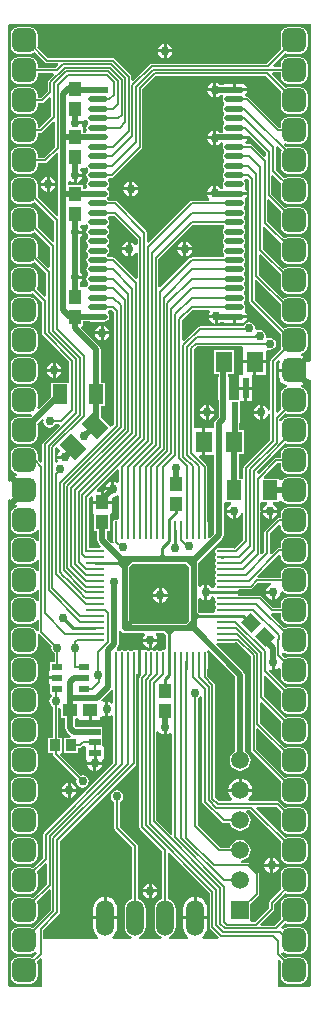
<source format=gtl>
G04 Layer_Physical_Order=1*
G04 Layer_Color=25308*
%FSLAX24Y24*%
%MOIN*%
G70*
G01*
G75*
%ADD10R,0.0512X0.0689*%
%ADD11R,0.0492X0.0433*%
%ADD12R,0.0551X0.0709*%
%ADD13R,0.0433X0.0492*%
G04:AMPARAMS|DCode=14|XSize=43.3mil|YSize=49.2mil|CornerRadius=0mil|HoleSize=0mil|Usage=FLASHONLY|Rotation=225.000|XOffset=0mil|YOffset=0mil|HoleType=Round|Shape=Rectangle|*
%AMROTATEDRECTD14*
4,1,4,-0.0021,0.0327,0.0327,-0.0021,0.0021,-0.0327,-0.0327,0.0021,-0.0021,0.0327,0.0*
%
%ADD14ROTATEDRECTD14*%

%ADD15R,0.0400X0.0200*%
%ADD16O,0.0098X0.0610*%
%ADD17O,0.0610X0.0098*%
%ADD18R,0.0374X0.0236*%
%ADD19R,0.0236X0.0669*%
G04:AMPARAMS|DCode=20|XSize=55.1mil|YSize=70.9mil|CornerRadius=0mil|HoleSize=0mil|Usage=FLASHONLY|Rotation=225.000|XOffset=0mil|YOffset=0mil|HoleType=Round|Shape=Rectangle|*
%AMROTATEDRECTD20*
4,1,4,-0.0056,0.0445,0.0445,-0.0056,0.0056,-0.0445,-0.0445,0.0056,-0.0056,0.0445,0.0*
%
%ADD20ROTATEDRECTD20*%

%ADD21R,0.0650X0.0217*%
%ADD22O,0.0650X0.0217*%
%ADD23R,0.0354X0.0413*%
%ADD24C,0.0200*%
%ADD25C,0.0070*%
%ADD26C,0.0100*%
G04:AMPARAMS|DCode=27|XSize=78.7mil|YSize=78.7mil|CornerRadius=19.7mil|HoleSize=0mil|Usage=FLASHONLY|Rotation=0.000|XOffset=0mil|YOffset=0mil|HoleType=Round|Shape=RoundedRectangle|*
%AMROUNDEDRECTD27*
21,1,0.0787,0.0394,0,0,0.0*
21,1,0.0394,0.0787,0,0,0.0*
1,1,0.0394,0.0197,-0.0197*
1,1,0.0394,-0.0197,-0.0197*
1,1,0.0394,-0.0197,0.0197*
1,1,0.0394,0.0197,0.0197*
%
%ADD27ROUNDEDRECTD27*%
%ADD28O,0.0591X0.1200*%
%ADD29R,0.0591X0.0591*%
%ADD30C,0.0591*%
%ADD31C,0.0300*%
G36*
X20294Y32453D02*
X20341Y32391D01*
X20403Y32344D01*
X20476Y32314D01*
X20504Y32310D01*
X20507Y32239D01*
X20457Y32229D01*
X20375Y32175D01*
X20321Y32093D01*
X20301Y31997D01*
Y31603D01*
X20321Y31507D01*
X20375Y31425D01*
X20457Y31371D01*
X20553Y31351D01*
X20947D01*
X21043Y31371D01*
X21125Y31425D01*
X21168Y31490D01*
X21238Y31470D01*
Y31130D01*
X21168Y31110D01*
X21125Y31175D01*
X21043Y31229D01*
X20947Y31249D01*
X20553D01*
X20457Y31229D01*
X20375Y31175D01*
X20321Y31093D01*
X20301Y30997D01*
Y30603D01*
X20321Y30507D01*
X20375Y30425D01*
X20457Y30371D01*
X20553Y30351D01*
X20947D01*
X21043Y30371D01*
X21125Y30425D01*
X21168Y30490D01*
X21238Y30470D01*
Y30130D01*
X21168Y30110D01*
X21125Y30175D01*
X21043Y30229D01*
X20947Y30249D01*
X20553D01*
X20457Y30229D01*
X20375Y30175D01*
X20321Y30093D01*
X20301Y29997D01*
Y29603D01*
X20321Y29507D01*
X20375Y29425D01*
X20457Y29371D01*
X20553Y29351D01*
X20947D01*
X21043Y29371D01*
X21125Y29425D01*
X21168Y29490D01*
X21238Y29470D01*
Y29130D01*
X21168Y29110D01*
X21125Y29175D01*
X21043Y29229D01*
X20947Y29249D01*
X20553D01*
X20457Y29229D01*
X20375Y29175D01*
X20321Y29093D01*
X20301Y28997D01*
Y28603D01*
X20321Y28507D01*
X20375Y28425D01*
X20457Y28371D01*
X20553Y28351D01*
X20947D01*
X21043Y28371D01*
X21125Y28425D01*
X21168Y28490D01*
X21238Y28470D01*
Y28130D01*
X21168Y28110D01*
X21125Y28175D01*
X21043Y28229D01*
X20947Y28249D01*
X20553D01*
X20457Y28229D01*
X20375Y28175D01*
X20321Y28093D01*
X20301Y27997D01*
Y27603D01*
X20321Y27507D01*
X20375Y27425D01*
X20457Y27371D01*
X20553Y27351D01*
X20947D01*
X21043Y27371D01*
X21125Y27425D01*
X21179Y27507D01*
X21199Y27603D01*
Y27997D01*
X21198Y28000D01*
X21263Y28028D01*
X21667Y27625D01*
X21653Y27557D01*
X21669Y27479D01*
X21713Y27413D01*
X21770Y27374D01*
Y27092D01*
X21620D01*
Y26768D01*
X21570D01*
Y26600D01*
X21857D01*
Y26500D01*
X21570D01*
Y26332D01*
X21620D01*
Y26008D01*
X21655D01*
X21676Y25938D01*
X21656Y25924D01*
X21612Y25858D01*
X21596Y25780D01*
X21612Y25702D01*
X21656Y25636D01*
X21713Y25597D01*
Y24557D01*
X21557D01*
Y24043D01*
X21713D01*
Y24000D01*
X21720Y23967D01*
X21739Y23939D01*
X22510Y23168D01*
X22496Y23100D01*
X22512Y23022D01*
X22556Y22956D01*
X22622Y22912D01*
X22700Y22896D01*
X22778Y22912D01*
X22844Y22956D01*
X22888Y23022D01*
X22904Y23100D01*
X22888Y23178D01*
X22844Y23244D01*
X22778Y23288D01*
X22700Y23304D01*
X22632Y23290D01*
X21949Y23973D01*
X21978Y24043D01*
X22011D01*
Y24557D01*
X21887D01*
Y25552D01*
X21915Y25569D01*
X21985Y25529D01*
Y25203D01*
X22128D01*
Y24869D01*
X22139Y24811D01*
X22173Y24761D01*
X22292Y24642D01*
X22315Y24627D01*
X22293Y24557D01*
X22089D01*
Y24043D01*
X22543D01*
Y24213D01*
X22600D01*
X22633Y24220D01*
X22661Y24239D01*
X22717Y24294D01*
X22744Y24289D01*
X22800Y24250D01*
Y24250D01*
X22800Y24250D01*
X22800Y24250D01*
Y23850D01*
X22822D01*
X22861Y23780D01*
X22855Y23750D01*
X23345D01*
X23339Y23780D01*
X23378Y23850D01*
X23400D01*
Y24250D01*
X23400D01*
X23350Y24299D01*
Y24530D01*
X23350Y24550D01*
Y24575D01*
Y24600D01*
X23350Y24620D01*
Y24900D01*
X23115D01*
X23100Y24903D01*
X22463D01*
X22434Y24933D01*
Y25154D01*
X22483Y25203D01*
X22556D01*
X22559Y25200D01*
X22604Y25153D01*
X22604Y25153D01*
Y25153D01*
X22604Y25153D01*
X22900D01*
Y25470D01*
X23000D01*
Y25153D01*
X23296D01*
Y25251D01*
X23366Y25289D01*
X23402Y25264D01*
X23450Y25255D01*
Y25500D01*
Y25745D01*
X23406Y25736D01*
X23401Y25736D01*
X23331Y25772D01*
X23327Y25811D01*
X23657Y26141D01*
X23701Y26131D01*
X23727Y26114D01*
Y25727D01*
X23657Y25696D01*
X23598Y25735D01*
X23550Y25745D01*
Y25500D01*
Y25255D01*
X23598Y25264D01*
X23657Y25304D01*
X23727Y25273D01*
Y23702D01*
X21409Y21384D01*
X21390Y21356D01*
X21383Y21323D01*
Y20556D01*
X21051Y20224D01*
X21043Y20229D01*
X20947Y20249D01*
X20553D01*
X20457Y20229D01*
X20375Y20175D01*
X20321Y20093D01*
X20301Y19997D01*
Y19603D01*
X20321Y19507D01*
X20375Y19425D01*
X20457Y19371D01*
X20553Y19351D01*
X20947D01*
X21043Y19371D01*
X21125Y19425D01*
X21179Y19507D01*
X21199Y19603D01*
Y19997D01*
X21179Y20093D01*
X21174Y20101D01*
X21449Y20376D01*
X21513Y20349D01*
Y19686D01*
X21051Y19224D01*
X21043Y19229D01*
X20947Y19249D01*
X20553D01*
X20457Y19229D01*
X20375Y19175D01*
X20321Y19093D01*
X20301Y18997D01*
Y18603D01*
X20321Y18507D01*
X20375Y18425D01*
X20457Y18371D01*
X20553Y18351D01*
X20947D01*
X21043Y18371D01*
X21125Y18425D01*
X21179Y18507D01*
X21199Y18603D01*
Y18997D01*
X21179Y19093D01*
X21174Y19101D01*
X21579Y19506D01*
X21643Y19479D01*
Y18816D01*
X21051Y18224D01*
X21043Y18229D01*
X20947Y18249D01*
X20553D01*
X20457Y18229D01*
X20375Y18175D01*
X20321Y18093D01*
X20301Y17997D01*
Y17603D01*
X20321Y17507D01*
X20375Y17425D01*
X20457Y17371D01*
X20553Y17351D01*
X20947D01*
X21043Y17371D01*
X21113Y17417D01*
X21162Y17406D01*
X21188Y17393D01*
X21192Y17365D01*
X21051Y17224D01*
X21043Y17229D01*
X20947Y17249D01*
X20553D01*
X20457Y17229D01*
X20375Y17175D01*
X20321Y17093D01*
X20301Y16997D01*
Y16603D01*
X20321Y16507D01*
X20375Y16425D01*
X20457Y16371D01*
X20553Y16351D01*
X20947D01*
X21043Y16371D01*
X21125Y16425D01*
X21179Y16507D01*
X21199Y16603D01*
Y16997D01*
X21179Y17093D01*
X21174Y17101D01*
X21285Y17213D01*
X21350Y17186D01*
X21350Y16250D01*
X20250D01*
X20200Y16300D01*
X20200Y32497D01*
X20270Y32511D01*
X20294Y32453D01*
D02*
G37*
G36*
X27653Y32336D02*
X27652Y32336D01*
X27570Y32280D01*
X27515Y32198D01*
X27505Y32150D01*
X27750D01*
Y32100D01*
X27800D01*
Y31855D01*
X27848Y31865D01*
X27930Y31920D01*
X27985Y32002D01*
X27993Y32042D01*
X28063Y32035D01*
Y31136D01*
X27790Y30863D01*
X27770D01*
X27760Y30870D01*
X27721Y30878D01*
X27209D01*
X27171Y30870D01*
X27138Y30848D01*
X27116Y30815D01*
X27108Y30776D01*
X27116Y30738D01*
X27138Y30705D01*
Y30651D01*
X27116Y30618D01*
X27108Y30580D01*
X27116Y30541D01*
X27138Y30508D01*
Y30454D01*
X27116Y30421D01*
X27108Y30383D01*
X27116Y30344D01*
X27138Y30311D01*
Y30257D01*
X27116Y30225D01*
X27108Y30186D01*
X27116Y30147D01*
X27138Y30114D01*
Y30061D01*
X27116Y30028D01*
X27108Y29989D01*
X27116Y29950D01*
X27138Y29917D01*
Y29864D01*
X27116Y29831D01*
X27108Y29792D01*
X27116Y29753D01*
X27138Y29721D01*
Y29667D01*
X27116Y29634D01*
X27108Y29595D01*
X27109Y29593D01*
X27059Y29531D01*
X27013Y29532D01*
X26982Y29579D01*
X26899Y29634D01*
X26852Y29643D01*
Y29398D01*
Y29153D01*
X26899Y29163D01*
X26982Y29218D01*
X27013Y29264D01*
X27059Y29266D01*
X27109Y29203D01*
X27108Y29202D01*
X27116Y29163D01*
X27138Y29130D01*
Y29076D01*
X27116Y29043D01*
X27108Y29005D01*
X27116Y28966D01*
X27138Y28933D01*
Y28879D01*
X27116Y28847D01*
X27108Y28808D01*
X27113Y28783D01*
X27087Y28735D01*
X27069Y28713D01*
X26581D01*
X26553Y28741D01*
Y28750D01*
Y29195D01*
X26613Y29215D01*
X26623Y29217D01*
X26704Y29163D01*
X26752Y29153D01*
Y29398D01*
Y29643D01*
X26704Y29634D01*
X26623Y29580D01*
X26613Y29582D01*
X26553Y29602D01*
Y30300D01*
Y30387D01*
X26558Y30392D01*
X27358Y31192D01*
X27391Y31241D01*
X27403Y31300D01*
Y32352D01*
X27443Y32406D01*
X27646D01*
X27653Y32336D01*
D02*
G37*
G36*
X22837Y43565D02*
X22869Y43516D01*
X22871Y43515D01*
Y43431D01*
X22869Y43429D01*
X22834Y43377D01*
X22822Y43315D01*
X22834Y43254D01*
X22869Y43201D01*
X22871Y43200D01*
Y43116D01*
X22869Y43114D01*
X22834Y43062D01*
X22822Y43000D01*
X22834Y42939D01*
X22855Y42908D01*
X22826Y42840D01*
X22824Y42838D01*
X22717D01*
Y42965D01*
X22203D01*
Y43094D01*
X22255Y43114D01*
X22273Y43118D01*
X22352Y43064D01*
X22400Y43055D01*
Y43300D01*
X22450D01*
Y43350D01*
X22695D01*
X22685Y43398D01*
X22630Y43480D01*
X22625Y43484D01*
X22646Y43554D01*
X22767D01*
X22767Y43554D01*
Y43554D01*
X22830Y43567D01*
X22837Y43565D01*
D02*
G37*
G36*
X28263Y43134D02*
Y39100D01*
X28270Y39067D01*
X28289Y39039D01*
X29306Y38021D01*
X29301Y37997D01*
Y37603D01*
X29321Y37507D01*
X29326Y37499D01*
X28989Y37161D01*
X28970Y37133D01*
X28963Y37100D01*
Y35465D01*
X28893Y35458D01*
X28886Y35498D01*
X28830Y35580D01*
X28748Y35635D01*
X28700Y35645D01*
Y35400D01*
Y35155D01*
X28748Y35164D01*
X28830Y35220D01*
X28886Y35302D01*
X28893Y35342D01*
X28963Y35335D01*
Y34475D01*
X28089Y33601D01*
X28070Y33573D01*
X28063Y33539D01*
Y33261D01*
X28055Y33194D01*
X27902D01*
Y34016D01*
X28087D01*
Y34824D01*
X27923D01*
Y35032D01*
X27938D01*
Y35736D01*
X27938Y35769D01*
X27983Y35769D01*
X28094D01*
Y36154D01*
X27926D01*
Y35834D01*
X27926Y35801D01*
X27881Y35801D01*
X27627D01*
X27596Y35810D01*
X27564Y35855D01*
Y36588D01*
X27549D01*
Y36686D01*
X27734D01*
Y37494D01*
X27083D01*
Y36686D01*
X27243D01*
Y36588D01*
X27228D01*
Y35819D01*
X27243D01*
Y35249D01*
X27142Y35148D01*
X27109Y35099D01*
X27097Y35040D01*
Y34874D01*
X26788D01*
Y34420D01*
Y33966D01*
X27097D01*
Y31363D01*
X26935Y31202D01*
X26900Y31211D01*
X26868Y31233D01*
Y31731D01*
X26860Y31770D01*
X26853Y31780D01*
Y33594D01*
X26848Y33621D01*
X26846Y33627D01*
X26828Y33655D01*
X26582Y33901D01*
X26608Y33966D01*
X26688D01*
Y34420D01*
Y34874D01*
X26407D01*
Y37496D01*
X26510Y37600D01*
X28021D01*
X28056Y37544D01*
Y37140D01*
X28807D01*
Y37459D01*
X28877Y37496D01*
X28944Y37482D01*
X29022Y37498D01*
X29088Y37542D01*
X29132Y37608D01*
X29148Y37686D01*
X29132Y37764D01*
X29088Y37830D01*
X29022Y37875D01*
X28944Y37890D01*
X28866Y37875D01*
X28859Y37870D01*
X28796Y37913D01*
X28804Y37950D01*
X28788Y38028D01*
X28744Y38094D01*
X28678Y38138D01*
X28600Y38154D01*
X28522Y38138D01*
X28512Y38132D01*
X28449Y38174D01*
X28454Y38200D01*
X28438Y38278D01*
X28394Y38344D01*
X28328Y38388D01*
X28250Y38404D01*
X28172Y38388D01*
X28106Y38344D01*
X28062Y38278D01*
X28059Y38267D01*
X26600D01*
X26572Y38261D01*
X26567Y38260D01*
X26539Y38241D01*
X26081Y37784D01*
X26017Y37811D01*
Y38464D01*
X26372Y38819D01*
X26912D01*
X26949Y38749D01*
X26915Y38698D01*
X26905Y38650D01*
X27150D01*
Y38600D01*
X27200D01*
Y38355D01*
X27248Y38365D01*
X27330Y38420D01*
X27406Y38426D01*
X27453Y38395D01*
X27535Y38379D01*
X27701D01*
Y38591D01*
X27751D01*
Y38641D01*
X28170D01*
X28164Y38672D01*
X28118Y38741D01*
X28108Y38832D01*
X28117Y38844D01*
X28129Y38906D01*
X28117Y38968D01*
X28082Y39020D01*
X28080Y39021D01*
Y39105D01*
X28082Y39107D01*
X28117Y39159D01*
X28129Y39221D01*
X28117Y39283D01*
X28082Y39335D01*
X28080Y39336D01*
Y39420D01*
X28082Y39422D01*
X28117Y39474D01*
X28129Y39536D01*
X28117Y39598D01*
X28082Y39650D01*
X28080Y39651D01*
Y39735D01*
X28082Y39737D01*
X28117Y39789D01*
X28129Y39851D01*
X28117Y39913D01*
X28082Y39965D01*
X28080Y39966D01*
Y40050D01*
X28082Y40052D01*
X28117Y40104D01*
X28129Y40166D01*
X28117Y40227D01*
X28082Y40280D01*
X28080Y40281D01*
Y40365D01*
X28082Y40367D01*
X28117Y40419D01*
X28129Y40481D01*
X28117Y40542D01*
X28082Y40595D01*
X28080Y40596D01*
Y40680D01*
X28082Y40682D01*
X28117Y40734D01*
X28129Y40796D01*
X28117Y40857D01*
X28082Y40910D01*
X28080Y40911D01*
Y40995D01*
X28082Y40997D01*
X28117Y41049D01*
X28129Y41111D01*
X28117Y41172D01*
X28082Y41225D01*
X28080Y41226D01*
Y41310D01*
X28082Y41311D01*
X28117Y41364D01*
X28129Y41426D01*
X28117Y41487D01*
X28082Y41540D01*
X28080Y41541D01*
Y41625D01*
X28082Y41626D01*
X28117Y41679D01*
X28129Y41741D01*
X28117Y41802D01*
X28082Y41855D01*
X28080Y41856D01*
Y41940D01*
X28082Y41941D01*
X28117Y41994D01*
X28129Y42056D01*
X28117Y42117D01*
X28082Y42170D01*
X28080Y42171D01*
Y42255D01*
X28082Y42256D01*
X28117Y42309D01*
X28129Y42370D01*
X28117Y42432D01*
X28108Y42445D01*
X28118Y42535D01*
X28164Y42604D01*
X28170Y42635D01*
X27751D01*
Y42735D01*
X28170D01*
X28164Y42767D01*
X28118Y42836D01*
X28108Y42926D01*
X28117Y42939D01*
X28129Y43000D01*
X28117Y43062D01*
X28082Y43114D01*
X28108Y43176D01*
X28123Y43192D01*
X28205Y43192D01*
X28263Y43134D01*
D02*
G37*
G36*
X28823Y44054D02*
Y43941D01*
X28759Y43914D01*
X28361Y44311D01*
X28333Y44330D01*
X28300Y44337D01*
X28178D01*
X28116Y44407D01*
X28118Y44425D01*
X28164Y44494D01*
X28170Y44525D01*
X27751D01*
Y44625D01*
X28214D01*
X28239Y44639D01*
X28823Y44054D01*
D02*
G37*
G36*
X26247Y30237D02*
Y28750D01*
Y28500D01*
Y28463D01*
X26137Y28353D01*
X24363D01*
X24253Y28463D01*
Y30237D01*
X24363Y30347D01*
X26137D01*
X26247Y30237D01*
D02*
G37*
G36*
X22837Y41676D02*
X22869Y41626D01*
X22871Y41625D01*
Y41541D01*
X22869Y41540D01*
X22834Y41487D01*
X22822Y41426D01*
X22834Y41364D01*
X22869Y41311D01*
X22871Y41310D01*
Y41226D01*
X22869Y41225D01*
X22834Y41172D01*
X22822Y41111D01*
X22834Y41049D01*
X22869Y40997D01*
X22871Y40995D01*
Y40911D01*
X22869Y40910D01*
X22834Y40857D01*
X22822Y40796D01*
X22834Y40734D01*
X22869Y40682D01*
X22871Y40680D01*
Y40596D01*
X22869Y40595D01*
X22834Y40542D01*
X22822Y40481D01*
X22834Y40419D01*
X22869Y40367D01*
X22871Y40365D01*
Y40281D01*
X22869Y40280D01*
X22834Y40227D01*
X22822Y40166D01*
X22834Y40104D01*
X22869Y40052D01*
X22871Y40050D01*
Y39966D01*
X22869Y39965D01*
X22834Y39913D01*
X22822Y39851D01*
X22834Y39789D01*
X22869Y39737D01*
X22871Y39735D01*
Y39651D01*
X22869Y39650D01*
X22835Y39599D01*
X22825Y39597D01*
X22767Y39596D01*
X22767Y39596D01*
X22767Y39596D01*
X22603D01*
Y39702D01*
X22630Y39720D01*
X22685Y39802D01*
X22695Y39850D01*
X22450D01*
Y39950D01*
X22695D01*
X22685Y39998D01*
X22630Y40080D01*
X22603Y40098D01*
Y41202D01*
X22630Y41220D01*
X22685Y41302D01*
X22695Y41350D01*
X22450D01*
Y41450D01*
X22695D01*
X22685Y41498D01*
X22630Y41580D01*
X22625Y41584D01*
X22646Y41654D01*
X22767D01*
Y41654D01*
X22831Y41677D01*
X22837Y41676D01*
D02*
G37*
G36*
X24533Y41164D02*
Y41002D01*
X24463Y40981D01*
X24430Y41030D01*
X24348Y41086D01*
X24300Y41095D01*
Y40850D01*
Y40605D01*
X24348Y40615D01*
X24430Y40670D01*
X24463Y40719D01*
X24533Y40698D01*
Y39881D01*
X24469Y39854D01*
X23781Y40541D01*
X23753Y40560D01*
X23720Y40567D01*
X23549D01*
X23531Y40595D01*
X23529Y40596D01*
Y40680D01*
X23531Y40682D01*
X23566Y40734D01*
X23578Y40796D01*
X23566Y40857D01*
X23531Y40910D01*
X23529Y40911D01*
Y40995D01*
X23531Y40997D01*
X23566Y41049D01*
X23578Y41111D01*
X23566Y41172D01*
X23531Y41225D01*
X23529Y41226D01*
Y41310D01*
X23531Y41311D01*
X23566Y41364D01*
X23578Y41426D01*
X23566Y41487D01*
X23531Y41540D01*
X23529Y41541D01*
Y41625D01*
X23531Y41626D01*
X23566Y41679D01*
X23578Y41741D01*
X23566Y41802D01*
X23531Y41855D01*
X23546Y41918D01*
X23589Y41963D01*
X23734D01*
X24533Y41164D01*
D02*
G37*
G36*
X25500Y24655D02*
X25548Y24664D01*
X25625Y24717D01*
X25650Y24711D01*
X25695Y24691D01*
Y21352D01*
X25631Y21326D01*
X25157Y21800D01*
Y24763D01*
X25227Y24784D01*
X25270Y24720D01*
X25352Y24664D01*
X25400Y24655D01*
Y24900D01*
X25500D01*
Y24655D01*
D02*
G37*
G36*
X23992Y28102D02*
X24002Y28092D01*
X24051Y28059D01*
X24110Y28047D01*
X24744D01*
X24764Y27995D01*
X24768Y27977D01*
X24715Y27898D01*
X24705Y27850D01*
X25195D01*
X25185Y27898D01*
X25132Y27977D01*
X25136Y27995D01*
X25156Y28047D01*
X25429D01*
X25483Y27993D01*
Y27521D01*
X25462Y27503D01*
X25413Y27477D01*
X25388Y27482D01*
X25350Y27474D01*
X25317Y27452D01*
X25263D01*
X25230Y27474D01*
X25192Y27482D01*
X25153Y27474D01*
X25120Y27452D01*
X25066D01*
X25033Y27474D01*
X24995Y27482D01*
X24956Y27474D01*
X24923Y27452D01*
X24869D01*
X24837Y27474D01*
X24798Y27482D01*
X24759Y27474D01*
X24712Y27484D01*
X24709Y27488D01*
X24659Y27521D01*
X24651Y27523D01*
Y27125D01*
Y26686D01*
X24666Y26658D01*
X24619Y26611D01*
X24600Y26583D01*
X24593Y26550D01*
Y21588D01*
X24600Y21555D01*
X24619Y21527D01*
X25363Y20782D01*
Y19192D01*
X25360Y19191D01*
X25276Y19156D01*
X25204Y19101D01*
X25148Y19029D01*
X25114Y18945D01*
X25102Y18855D01*
Y18245D01*
X25114Y18155D01*
X25148Y18071D01*
X25204Y17999D01*
X25276Y17944D01*
X25333Y17920D01*
X25319Y17850D01*
X24581D01*
X24567Y17920D01*
X24624Y17944D01*
X24696Y17999D01*
X24752Y18071D01*
X24786Y18155D01*
X24798Y18245D01*
Y18855D01*
X24786Y18945D01*
X24752Y19029D01*
X24696Y19101D01*
X24624Y19156D01*
X24540Y19191D01*
X24537Y19192D01*
Y20950D01*
X24531Y20978D01*
X24530Y20983D01*
X24511Y21011D01*
X23937Y21586D01*
Y22417D01*
X23994Y22456D01*
X24038Y22522D01*
X24054Y22600D01*
X24038Y22678D01*
X23994Y22744D01*
X23928Y22788D01*
X23850Y22804D01*
X23772Y22788D01*
X23706Y22744D01*
X23662Y22678D01*
X23646Y22600D01*
X23662Y22522D01*
X23706Y22456D01*
X23763Y22417D01*
Y21550D01*
X23770Y21517D01*
X23789Y21489D01*
X24363Y20914D01*
Y19192D01*
X24360Y19191D01*
X24276Y19156D01*
X24204Y19101D01*
X24148Y19029D01*
X24114Y18945D01*
X24102Y18855D01*
Y18245D01*
X24114Y18155D01*
X24148Y18071D01*
X24204Y17999D01*
X24276Y17944D01*
X24333Y17920D01*
X24319Y17850D01*
X23699D01*
X23675Y17920D01*
X23732Y17963D01*
X23795Y18046D01*
X23835Y18142D01*
X23849Y18245D01*
Y18500D01*
X23051D01*
Y18245D01*
X23065Y18142D01*
X23105Y18046D01*
X23168Y17963D01*
X23225Y17920D01*
X23201Y17850D01*
X21387D01*
Y18144D01*
X21921Y18679D01*
X21940Y18707D01*
X21947Y18740D01*
Y21125D01*
X24465Y23644D01*
X24484Y23672D01*
X24491Y23705D01*
Y26679D01*
X24507Y26695D01*
X24551Y26719D01*
Y27125D01*
Y27523D01*
X24543Y27521D01*
X24493Y27488D01*
X24490Y27484D01*
X24443Y27474D01*
X24404Y27482D01*
X24365Y27474D01*
X24333Y27452D01*
X24279D01*
X24246Y27474D01*
X24207Y27482D01*
X24169Y27474D01*
X24136Y27452D01*
X24082D01*
X24049Y27474D01*
X24010Y27482D01*
X23972Y27474D01*
X23939Y27452D01*
X23885D01*
X23857Y27471D01*
X23852Y27477D01*
X23835Y27549D01*
X23858Y27572D01*
X23891Y27621D01*
X23903Y27680D01*
Y28109D01*
X23973Y28130D01*
X23992Y28102D01*
D02*
G37*
G36*
X23924Y33474D02*
Y33081D01*
X23854Y33048D01*
X23798Y33085D01*
X23750Y33095D01*
Y32850D01*
X23700D01*
Y32800D01*
X23434D01*
X23400Y32766D01*
Y32450D01*
X23667D01*
Y32530D01*
X23700Y32595D01*
X23798Y32615D01*
X23854Y32652D01*
X23924Y32619D01*
Y31861D01*
X23854Y31824D01*
X23852Y31825D01*
X23814Y31832D01*
X23775Y31825D01*
X23742Y31803D01*
X23720Y31770D01*
X23712Y31731D01*
Y31219D01*
X23720Y31181D01*
X23727Y31170D01*
Y31093D01*
X23732Y31066D01*
X23729Y31061D01*
X23654Y31045D01*
X23503Y31196D01*
Y31435D01*
X23617D01*
Y32006D01*
X23620Y32009D01*
X23667Y32054D01*
X23667Y32054D01*
X23667D01*
X23667Y32054D01*
Y32350D01*
X23033D01*
Y32054D01*
X23033D01*
X23083Y32027D01*
Y31435D01*
X23197D01*
Y31133D01*
X23209Y31074D01*
X23242Y31025D01*
X23319Y30948D01*
X23290Y30878D01*
X22903D01*
Y32544D01*
X22969Y32610D01*
X23033Y32584D01*
Y32450D01*
X23300D01*
Y32746D01*
X23196D01*
X23169Y32811D01*
X23859Y33501D01*
X23924Y33474D01*
D02*
G37*
G36*
X30300Y36497D02*
X30300Y16300D01*
X30250Y16250D01*
X29200D01*
X29200Y17136D01*
X29265Y17163D01*
X29326Y17101D01*
X29321Y17093D01*
X29301Y16997D01*
Y16603D01*
X29321Y16507D01*
X29375Y16425D01*
X29457Y16371D01*
X29553Y16351D01*
X29947D01*
X30043Y16371D01*
X30125Y16425D01*
X30179Y16507D01*
X30199Y16603D01*
Y16997D01*
X30179Y17093D01*
X30125Y17175D01*
X30043Y17229D01*
X29947Y17249D01*
X29553D01*
X29457Y17229D01*
X29449Y17224D01*
X29321Y17351D01*
X29327Y17379D01*
X29328Y17381D01*
X29404Y17406D01*
X29457Y17371D01*
X29553Y17351D01*
X29947D01*
X30043Y17371D01*
X30125Y17425D01*
X30179Y17507D01*
X30199Y17603D01*
Y17997D01*
X30179Y18093D01*
X30125Y18175D01*
X30043Y18229D01*
X29947Y18249D01*
X29553D01*
X29457Y18229D01*
X29383Y18180D01*
X29356Y18184D01*
X29320Y18247D01*
X29449Y18376D01*
X29457Y18371D01*
X29553Y18351D01*
X29947D01*
X30043Y18371D01*
X30125Y18425D01*
X30179Y18507D01*
X30199Y18603D01*
Y18997D01*
X30179Y19093D01*
X30125Y19175D01*
X30043Y19229D01*
X29947Y19249D01*
X29553D01*
X29457Y19229D01*
X29375Y19175D01*
X29321Y19093D01*
X29301Y18997D01*
Y18603D01*
X29321Y18507D01*
X29326Y18499D01*
X29114Y18287D01*
X28651D01*
X28624Y18351D01*
X29061Y18789D01*
X29080Y18817D01*
X29081Y18822D01*
X29087Y18850D01*
Y19014D01*
X29449Y19376D01*
X29457Y19371D01*
X29553Y19351D01*
X29947D01*
X30043Y19371D01*
X30125Y19425D01*
X30179Y19507D01*
X30199Y19603D01*
Y19997D01*
X30179Y20093D01*
X30125Y20175D01*
X30043Y20229D01*
X29947Y20249D01*
X29553D01*
X29457Y20229D01*
X29375Y20175D01*
X29321Y20093D01*
X29301Y19997D01*
Y19603D01*
X29321Y19507D01*
X29326Y19499D01*
X28939Y19111D01*
X28920Y19083D01*
X28913Y19050D01*
Y18886D01*
X28434Y18407D01*
X28345D01*
X28295Y18455D01*
Y19023D01*
X28561Y19289D01*
X28574Y19308D01*
X28580Y19317D01*
X28587Y19350D01*
Y20000D01*
X28580Y20033D01*
X28561Y20061D01*
X28261Y20361D01*
X28233Y20380D01*
X28200Y20387D01*
X27992D01*
X27987Y20457D01*
X28040Y20464D01*
X28124Y20498D01*
X28196Y20554D01*
X28252Y20626D01*
X28286Y20710D01*
X28298Y20800D01*
X28286Y20890D01*
X28252Y20974D01*
X28196Y21046D01*
X28124Y21102D01*
X28040Y21136D01*
X27950Y21148D01*
X27860Y21136D01*
X27776Y21102D01*
X27704Y21046D01*
X27648Y20974D01*
X27614Y20890D01*
X27613Y20887D01*
X27286D01*
X26537Y21636D01*
Y25867D01*
X26594Y25906D01*
X26613Y25934D01*
X26683Y25913D01*
Y22430D01*
X26690Y22397D01*
X26709Y22369D01*
X27339Y21739D01*
X27367Y21720D01*
X27400Y21713D01*
X27613D01*
X27614Y21710D01*
X27648Y21626D01*
X27704Y21554D01*
X27776Y21498D01*
X27860Y21464D01*
X27950Y21452D01*
X28040Y21464D01*
X28124Y21498D01*
X28196Y21554D01*
X28252Y21626D01*
X28286Y21710D01*
X28298Y21800D01*
X28286Y21890D01*
X28252Y21974D01*
X28196Y22046D01*
X28161Y22073D01*
X28185Y22143D01*
X28284D01*
X29326Y21101D01*
X29321Y21093D01*
X29301Y20997D01*
Y20603D01*
X29321Y20507D01*
X29375Y20425D01*
X29457Y20371D01*
X29553Y20351D01*
X29947D01*
X30043Y20371D01*
X30125Y20425D01*
X30179Y20507D01*
X30199Y20603D01*
Y20997D01*
X30179Y21093D01*
X30125Y21175D01*
X30043Y21229D01*
X29947Y21249D01*
X29553D01*
X29457Y21229D01*
X29449Y21224D01*
X28474Y22199D01*
X28501Y22263D01*
X29164D01*
X29326Y22101D01*
X29321Y22093D01*
X29301Y21997D01*
Y21603D01*
X29321Y21507D01*
X29375Y21425D01*
X29457Y21371D01*
X29553Y21351D01*
X29947D01*
X30043Y21371D01*
X30125Y21425D01*
X30179Y21507D01*
X30199Y21603D01*
Y21997D01*
X30179Y22093D01*
X30125Y22175D01*
X30043Y22229D01*
X29947Y22249D01*
X29553D01*
X29457Y22229D01*
X29449Y22224D01*
X29261Y22411D01*
X29233Y22430D01*
X29200Y22437D01*
X28241D01*
X28217Y22507D01*
X28232Y22518D01*
X28295Y22601D01*
X28335Y22697D01*
X28342Y22750D01*
X27558D01*
X27565Y22697D01*
X27605Y22601D01*
X27668Y22518D01*
X27683Y22507D01*
X27659Y22437D01*
X27246D01*
X27117Y22566D01*
Y26320D01*
X27110Y26353D01*
X27091Y26381D01*
X26853Y26620D01*
Y26820D01*
X26860Y26830D01*
X26868Y26869D01*
Y27381D01*
X26860Y27419D01*
X26849Y27436D01*
X26903Y27481D01*
X27797Y26587D01*
Y24110D01*
X27776Y24102D01*
X27704Y24046D01*
X27648Y23974D01*
X27614Y23890D01*
X27602Y23800D01*
X27614Y23710D01*
X27648Y23626D01*
X27704Y23554D01*
X27776Y23498D01*
X27860Y23464D01*
X27950Y23452D01*
X28040Y23464D01*
X28124Y23498D01*
X28196Y23554D01*
X28252Y23626D01*
X28286Y23710D01*
X28298Y23800D01*
X28286Y23890D01*
X28252Y23974D01*
X28196Y24046D01*
X28124Y24102D01*
X28103Y24110D01*
Y26650D01*
X28091Y26709D01*
X28058Y26758D01*
X27150Y27666D01*
X27189Y27727D01*
X27209Y27722D01*
X27721D01*
X27760Y27730D01*
X27770Y27737D01*
X27841D01*
X28317Y27262D01*
Y24147D01*
X28323Y24114D01*
X28342Y24085D01*
X29326Y23101D01*
X29321Y23093D01*
X29301Y22997D01*
Y22603D01*
X29321Y22507D01*
X29375Y22425D01*
X29457Y22371D01*
X29553Y22351D01*
X29947D01*
X30043Y22371D01*
X30125Y22425D01*
X30179Y22507D01*
X30199Y22603D01*
Y22997D01*
X30179Y23093D01*
X30125Y23175D01*
X30043Y23229D01*
X29947Y23249D01*
X29553D01*
X29457Y23229D01*
X29449Y23224D01*
X28490Y24183D01*
Y24846D01*
X28555Y24873D01*
X29326Y24101D01*
X29321Y24093D01*
X29301Y23997D01*
Y23603D01*
X29321Y23507D01*
X29375Y23425D01*
X29457Y23371D01*
X29553Y23351D01*
X29947D01*
X30043Y23371D01*
X30125Y23425D01*
X30179Y23507D01*
X30199Y23603D01*
Y23997D01*
X30179Y24093D01*
X30125Y24175D01*
X30043Y24229D01*
X29947Y24249D01*
X29553D01*
X29457Y24229D01*
X29449Y24224D01*
X28617Y25056D01*
Y25719D01*
X28681Y25746D01*
X29326Y25101D01*
X29321Y25093D01*
X29301Y24997D01*
Y24603D01*
X29321Y24507D01*
X29375Y24425D01*
X29457Y24371D01*
X29553Y24351D01*
X29947D01*
X30043Y24371D01*
X30125Y24425D01*
X30179Y24507D01*
X30199Y24603D01*
Y24997D01*
X30179Y25093D01*
X30125Y25175D01*
X30043Y25229D01*
X29947Y25249D01*
X29553D01*
X29457Y25229D01*
X29449Y25224D01*
X28737Y25936D01*
Y26599D01*
X28801Y26626D01*
X29326Y26101D01*
X29321Y26093D01*
X29301Y25997D01*
Y25603D01*
X29321Y25507D01*
X29375Y25425D01*
X29457Y25371D01*
X29553Y25351D01*
X29947D01*
X30043Y25371D01*
X30125Y25425D01*
X30179Y25507D01*
X30199Y25603D01*
Y25997D01*
X30179Y26093D01*
X30125Y26175D01*
X30043Y26229D01*
X29947Y26249D01*
X29553D01*
X29457Y26229D01*
X29449Y26224D01*
X28905Y26767D01*
X28908Y26787D01*
X28922Y26799D01*
X28985Y26830D01*
X29010Y26825D01*
Y27070D01*
X29110D01*
Y26825D01*
X29158Y26834D01*
X29231Y26884D01*
X29269Y26874D01*
X29301Y26855D01*
Y26603D01*
X29321Y26507D01*
X29375Y26425D01*
X29457Y26371D01*
X29553Y26351D01*
X29947D01*
X30043Y26371D01*
X30125Y26425D01*
X30179Y26507D01*
X30199Y26603D01*
Y26997D01*
X30179Y27093D01*
X30125Y27175D01*
X30043Y27229D01*
X29947Y27249D01*
X29553D01*
X29457Y27229D01*
X29449Y27224D01*
X29346Y27327D01*
X29345Y27364D01*
X29364Y27379D01*
X29423Y27393D01*
X29457Y27371D01*
X29553Y27351D01*
X29947D01*
X30043Y27371D01*
X30125Y27425D01*
X30179Y27507D01*
X30199Y27603D01*
Y27997D01*
X30179Y28093D01*
X30125Y28175D01*
X30043Y28229D01*
X29947Y28249D01*
X29553D01*
X29457Y28229D01*
X29419Y28204D01*
X28976Y28647D01*
X28993Y28694D01*
X29008Y28713D01*
X29301D01*
Y28603D01*
X29321Y28507D01*
X29375Y28425D01*
X29457Y28371D01*
X29553Y28351D01*
X29947D01*
X30043Y28371D01*
X30125Y28425D01*
X30179Y28507D01*
X30199Y28603D01*
Y28997D01*
X30179Y29093D01*
X30125Y29175D01*
X30043Y29229D01*
X29947Y29249D01*
X29553D01*
X29457Y29229D01*
X29375Y29175D01*
X29321Y29093D01*
X29301Y28997D01*
Y28887D01*
X29036D01*
X28661Y29261D01*
X28633Y29280D01*
X28600Y29287D01*
X27910D01*
X27894Y29305D01*
X27869Y29348D01*
X27465D01*
Y29448D01*
X27871D01*
X27895Y29492D01*
X27911Y29509D01*
X28300D01*
X28333Y29515D01*
X28361Y29534D01*
X28540Y29713D01*
X28985D01*
X28992Y29643D01*
X28952Y29636D01*
X28870Y29580D01*
X28814Y29498D01*
X28805Y29450D01*
X29050D01*
Y29400D01*
X29100D01*
Y29155D01*
X29148Y29165D01*
X29230Y29220D01*
X29286Y29302D01*
X29305Y29400D01*
X29304Y29406D01*
X29370Y29434D01*
X29375Y29425D01*
X29457Y29371D01*
X29553Y29351D01*
X29947D01*
X30043Y29371D01*
X30125Y29425D01*
X30179Y29507D01*
X30199Y29603D01*
Y29997D01*
X30179Y30093D01*
X30125Y30175D01*
X30043Y30229D01*
X29947Y30249D01*
X29553D01*
X29457Y30229D01*
X29375Y30175D01*
X29321Y30093D01*
X29301Y29997D01*
Y29887D01*
X28558D01*
X28529Y29957D01*
X29231Y30659D01*
X29301Y30630D01*
Y30603D01*
X29321Y30507D01*
X29375Y30425D01*
X29457Y30371D01*
X29553Y30351D01*
X29947D01*
X30043Y30371D01*
X30125Y30425D01*
X30179Y30507D01*
X30199Y30603D01*
Y30997D01*
X30179Y31093D01*
X30125Y31175D01*
X30043Y31229D01*
X29947Y31249D01*
X29553D01*
X29457Y31229D01*
X29375Y31175D01*
X29321Y31093D01*
X29301Y30997D01*
Y30887D01*
X29250D01*
X29217Y30880D01*
X29189Y30861D01*
X29003Y30676D01*
X28956Y30693D01*
X28937Y30708D01*
Y31364D01*
X29231Y31659D01*
X29301Y31630D01*
Y31603D01*
X29321Y31507D01*
X29375Y31425D01*
X29457Y31371D01*
X29553Y31351D01*
X29947D01*
X30043Y31371D01*
X30125Y31425D01*
X30179Y31507D01*
X30199Y31603D01*
Y31997D01*
X30179Y32093D01*
X30125Y32175D01*
X30043Y32229D01*
X29947Y32249D01*
X29553D01*
X29457Y32229D01*
X29375Y32175D01*
X29321Y32093D01*
X29301Y31997D01*
Y31887D01*
X29250D01*
X29222Y31881D01*
X29217Y31880D01*
X29189Y31861D01*
X28789Y31461D01*
X28770Y31433D01*
X28763Y31400D01*
Y30736D01*
X28694Y30667D01*
X28657Y30677D01*
X28627Y30698D01*
Y32085D01*
X28654Y32088D01*
Y32112D01*
X28627Y32115D01*
Y32343D01*
X28644Y32406D01*
X28846D01*
X28853Y32336D01*
X28852Y32336D01*
X28770Y32280D01*
X28714Y32198D01*
X28705Y32150D01*
X29195D01*
X29186Y32198D01*
X29130Y32280D01*
X29048Y32336D01*
X29047Y32336D01*
X29054Y32406D01*
X29256D01*
Y32447D01*
X29269Y32458D01*
X29363Y32443D01*
X29375Y32425D01*
X29457Y32371D01*
X29553Y32351D01*
X29947D01*
X30043Y32371D01*
X30125Y32425D01*
X30179Y32507D01*
X30199Y32603D01*
Y32997D01*
X30179Y33093D01*
X30125Y33175D01*
X30043Y33229D01*
X29947Y33249D01*
X29553D01*
X29457Y33229D01*
X29375Y33175D01*
X29363Y33157D01*
X29269Y33142D01*
X29256Y33153D01*
Y33194D01*
X28759D01*
X28732Y33259D01*
X29186Y33713D01*
X29301D01*
Y33603D01*
X29321Y33507D01*
X29375Y33425D01*
X29457Y33371D01*
X29553Y33351D01*
X29947D01*
X30043Y33371D01*
X30125Y33425D01*
X30179Y33507D01*
X30199Y33603D01*
Y33997D01*
X30179Y34093D01*
X30125Y34175D01*
X30043Y34229D01*
X29947Y34249D01*
X29553D01*
X29457Y34229D01*
X29375Y34175D01*
X29321Y34093D01*
X29301Y33997D01*
Y33887D01*
X29150D01*
X29122Y33881D01*
X29117Y33880D01*
X29089Y33861D01*
X28567Y33339D01*
X28504Y33364D01*
X28498Y33425D01*
X29449Y34376D01*
X29457Y34371D01*
X29553Y34351D01*
X29947D01*
X30043Y34371D01*
X30125Y34425D01*
X30179Y34507D01*
X30199Y34603D01*
Y34997D01*
X30179Y35093D01*
X30125Y35175D01*
X30043Y35229D01*
X29947Y35249D01*
X29553D01*
X29457Y35229D01*
X29375Y35175D01*
X29327Y35102D01*
X29291Y35103D01*
X29257Y35114D01*
Y35184D01*
X29449Y35376D01*
X29457Y35371D01*
X29553Y35351D01*
X29947D01*
X30043Y35371D01*
X30125Y35425D01*
X30179Y35507D01*
X30199Y35603D01*
Y35997D01*
X30179Y36093D01*
X30125Y36175D01*
X30043Y36229D01*
X29993Y36239D01*
X29996Y36310D01*
X30024Y36314D01*
X30097Y36344D01*
X30159Y36391D01*
X30206Y36453D01*
X30230Y36511D01*
X30300Y36497D01*
D02*
G37*
G36*
Y48350D02*
Y37103D01*
X30230Y37089D01*
X30206Y37147D01*
X30159Y37209D01*
X30097Y37256D01*
X30024Y37286D01*
X29996Y37290D01*
X29993Y37361D01*
X30043Y37371D01*
X30125Y37425D01*
X30179Y37507D01*
X30199Y37603D01*
Y37997D01*
X30179Y38093D01*
X30125Y38175D01*
X30043Y38229D01*
X29947Y38249D01*
X29553D01*
X29457Y38229D01*
X29389Y38184D01*
X28437Y39136D01*
Y39799D01*
X28501Y39826D01*
X29306Y39021D01*
X29301Y38997D01*
Y38603D01*
X29321Y38507D01*
X29375Y38425D01*
X29457Y38371D01*
X29553Y38351D01*
X29947D01*
X30043Y38371D01*
X30125Y38425D01*
X30179Y38507D01*
X30199Y38603D01*
Y38997D01*
X30179Y39093D01*
X30125Y39175D01*
X30043Y39229D01*
X29947Y39249D01*
X29553D01*
X29457Y39229D01*
X29389Y39184D01*
X28577Y39996D01*
Y40659D01*
X28641Y40686D01*
X29306Y40021D01*
X29301Y39997D01*
Y39603D01*
X29321Y39507D01*
X29375Y39425D01*
X29457Y39371D01*
X29553Y39351D01*
X29947D01*
X30043Y39371D01*
X30125Y39425D01*
X30179Y39507D01*
X30199Y39603D01*
Y39997D01*
X30179Y40093D01*
X30125Y40175D01*
X30043Y40229D01*
X29947Y40249D01*
X29553D01*
X29457Y40229D01*
X29389Y40184D01*
X28717Y40856D01*
Y41569D01*
X28781Y41596D01*
X29315Y41063D01*
X29301Y40997D01*
Y40603D01*
X29321Y40507D01*
X29375Y40425D01*
X29457Y40371D01*
X29553Y40351D01*
X29947D01*
X30043Y40371D01*
X30125Y40425D01*
X30179Y40507D01*
X30199Y40603D01*
Y40997D01*
X30179Y41093D01*
X30125Y41175D01*
X30043Y41229D01*
X29947Y41249D01*
X29553D01*
X29457Y41229D01*
X29419Y41204D01*
X28857Y41766D01*
Y42479D01*
X28921Y42506D01*
X29326Y42101D01*
X29321Y42093D01*
X29301Y41997D01*
Y41603D01*
X29321Y41507D01*
X29375Y41425D01*
X29457Y41371D01*
X29553Y41351D01*
X29947D01*
X30043Y41371D01*
X30125Y41425D01*
X30179Y41507D01*
X30199Y41603D01*
Y41997D01*
X30179Y42093D01*
X30125Y42175D01*
X30043Y42229D01*
X29947Y42249D01*
X29553D01*
X29457Y42229D01*
X29449Y42224D01*
X28997Y42676D01*
Y43289D01*
X29061Y43316D01*
X29315Y43063D01*
X29301Y42997D01*
Y42603D01*
X29321Y42507D01*
X29375Y42425D01*
X29457Y42371D01*
X29553Y42351D01*
X29947D01*
X30043Y42371D01*
X30125Y42425D01*
X30179Y42507D01*
X30199Y42603D01*
Y42997D01*
X30179Y43093D01*
X30125Y43175D01*
X30043Y43229D01*
X29947Y43249D01*
X29553D01*
X29457Y43229D01*
X29419Y43204D01*
X29137Y43486D01*
Y44242D01*
X29156Y44257D01*
X29203Y44274D01*
X29346Y44131D01*
X29321Y44093D01*
X29301Y43997D01*
Y43603D01*
X29321Y43507D01*
X29375Y43425D01*
X29457Y43371D01*
X29553Y43351D01*
X29947D01*
X30043Y43371D01*
X30125Y43425D01*
X30179Y43507D01*
X30199Y43603D01*
Y43997D01*
X30179Y44093D01*
X30125Y44175D01*
X30043Y44229D01*
X29947Y44249D01*
X29553D01*
X29487Y44235D01*
X29394Y44328D01*
X29439Y44382D01*
X29457Y44371D01*
X29553Y44351D01*
X29947D01*
X30043Y44371D01*
X30125Y44425D01*
X30179Y44507D01*
X30199Y44603D01*
Y44997D01*
X30179Y45093D01*
X30125Y45175D01*
X30043Y45229D01*
X29947Y45249D01*
X29553D01*
X29457Y45229D01*
X29375Y45175D01*
X29321Y45093D01*
X29301Y44997D01*
Y44897D01*
X29231Y44891D01*
X28226Y45896D01*
X28198Y45915D01*
X28165Y45922D01*
X28155D01*
X28115Y45987D01*
X28118Y46000D01*
X28164Y46069D01*
X28170Y46100D01*
X27751D01*
Y46150D01*
X27701D01*
Y46362D01*
X27535D01*
X27453Y46346D01*
X27389Y46303D01*
X27298D01*
X27280Y46330D01*
X27198Y46385D01*
X27150Y46395D01*
Y46150D01*
Y45905D01*
X27198Y45915D01*
X27280Y45970D01*
X27298Y45997D01*
X27375D01*
X27378Y45994D01*
X27390Y45974D01*
X27394Y45909D01*
X27386Y45897D01*
X27373Y45835D01*
X27386Y45773D01*
X27421Y45721D01*
X27422Y45720D01*
Y45635D01*
X27421Y45634D01*
X27386Y45582D01*
X27373Y45520D01*
X27386Y45458D01*
X27421Y45406D01*
X27422Y45405D01*
Y45321D01*
X27421Y45319D01*
X27386Y45267D01*
X27373Y45205D01*
X27386Y45143D01*
X27421Y45091D01*
X27422Y45090D01*
Y45006D01*
X27421Y45004D01*
X27386Y44952D01*
X27373Y44890D01*
X27386Y44828D01*
X27394Y44816D01*
X27390Y44752D01*
X27378Y44731D01*
X27375Y44728D01*
X27282D01*
X27280Y44730D01*
X27198Y44785D01*
X27150Y44795D01*
Y44550D01*
Y44305D01*
X27198Y44314D01*
X27280Y44370D01*
X27309Y44413D01*
X27327Y44415D01*
X27392Y44366D01*
X27394Y44335D01*
X27386Y44322D01*
X27373Y44260D01*
X27386Y44198D01*
X27421Y44146D01*
X27422Y44145D01*
Y44061D01*
X27421Y44059D01*
X27386Y44007D01*
X27373Y43945D01*
X27386Y43884D01*
X27421Y43831D01*
X27422Y43830D01*
Y43746D01*
X27421Y43744D01*
X27386Y43692D01*
X27373Y43630D01*
X27386Y43569D01*
X27421Y43516D01*
X27422Y43515D01*
Y43431D01*
X27421Y43429D01*
X27386Y43377D01*
X27373Y43315D01*
X27386Y43254D01*
X27421Y43201D01*
X27422Y43200D01*
Y43116D01*
X27421Y43114D01*
X27386Y43062D01*
X27373Y43000D01*
X27386Y42939D01*
X27394Y42926D01*
X27390Y42862D01*
X27378Y42841D01*
X27375Y42838D01*
X27308D01*
X27280Y42880D01*
X27198Y42936D01*
X27150Y42945D01*
Y42700D01*
X27100D01*
Y42650D01*
X26855D01*
X26865Y42602D01*
X26915Y42527D01*
X26906Y42494D01*
X26887Y42457D01*
X26340D01*
X26307Y42451D01*
X26279Y42432D01*
X24901Y41054D01*
X24837Y41081D01*
Y41390D01*
X24831Y41418D01*
X24830Y41423D01*
X24811Y41451D01*
X23831Y42432D01*
X23803Y42451D01*
X23770Y42457D01*
X23549D01*
X23531Y42485D01*
X23529Y42486D01*
Y42570D01*
X23531Y42571D01*
X23566Y42624D01*
X23578Y42685D01*
X23566Y42747D01*
X23531Y42800D01*
X23529Y42801D01*
Y42885D01*
X23531Y42886D01*
X23566Y42939D01*
X23578Y43000D01*
X23566Y43062D01*
X23531Y43114D01*
X23540Y43179D01*
X23587Y43229D01*
X23665D01*
X23699Y43235D01*
X23727Y43254D01*
X24661Y44189D01*
X24680Y44217D01*
X24681Y44222D01*
X24687Y44250D01*
Y46166D01*
X25134Y46613D01*
X28814D01*
X29326Y46101D01*
X29321Y46093D01*
X29301Y45997D01*
Y45603D01*
X29321Y45507D01*
X29375Y45425D01*
X29457Y45371D01*
X29553Y45351D01*
X29947D01*
X30043Y45371D01*
X30125Y45425D01*
X30179Y45507D01*
X30199Y45603D01*
Y45997D01*
X30179Y46093D01*
X30125Y46175D01*
X30043Y46229D01*
X29947Y46249D01*
X29553D01*
X29457Y46229D01*
X29449Y46224D01*
X29004Y46669D01*
X29031Y46733D01*
X29301D01*
Y46603D01*
X29321Y46507D01*
X29375Y46425D01*
X29457Y46371D01*
X29553Y46351D01*
X29947D01*
X30043Y46371D01*
X30125Y46425D01*
X30179Y46507D01*
X30199Y46603D01*
Y46997D01*
X30179Y47093D01*
X30125Y47175D01*
X30043Y47229D01*
X29947Y47249D01*
X29553D01*
X29457Y47229D01*
X29375Y47175D01*
X29321Y47093D01*
X29301Y46997D01*
Y46907D01*
X29071D01*
X29044Y46971D01*
X29449Y47376D01*
X29457Y47371D01*
X29553Y47351D01*
X29947D01*
X30043Y47371D01*
X30125Y47425D01*
X30179Y47507D01*
X30199Y47603D01*
Y47997D01*
X30179Y48093D01*
X30125Y48175D01*
X30043Y48229D01*
X29947Y48249D01*
X29553D01*
X29457Y48229D01*
X29375Y48175D01*
X29321Y48093D01*
X29301Y47997D01*
Y47603D01*
X29321Y47507D01*
X29326Y47499D01*
X28854Y47027D01*
X24999D01*
X24965Y47020D01*
X24956Y47014D01*
X24937Y47001D01*
X24391Y46455D01*
X24327Y46482D01*
Y46589D01*
X24320Y46622D01*
X24301Y46650D01*
X23760Y47191D01*
X23732Y47210D01*
X23699Y47217D01*
X21556D01*
X21194Y47579D01*
X21199Y47603D01*
Y47997D01*
X21179Y48093D01*
X21125Y48175D01*
X21043Y48229D01*
X20947Y48249D01*
X20553D01*
X20457Y48229D01*
X20375Y48175D01*
X20321Y48093D01*
X20301Y47997D01*
Y47603D01*
X20321Y47507D01*
X20375Y47425D01*
X20457Y47371D01*
X20553Y47351D01*
X20947D01*
X21043Y47371D01*
X21111Y47416D01*
X21459Y47069D01*
X21487Y47050D01*
X21520Y47043D01*
X21870D01*
X21897Y46979D01*
X21805Y46887D01*
X21199D01*
Y46997D01*
X21179Y47093D01*
X21125Y47175D01*
X21043Y47229D01*
X20947Y47249D01*
X20553D01*
X20457Y47229D01*
X20375Y47175D01*
X20321Y47093D01*
X20301Y46997D01*
Y46603D01*
X20321Y46507D01*
X20375Y46425D01*
X20457Y46371D01*
X20553Y46351D01*
X20947D01*
X21043Y46371D01*
X21125Y46425D01*
X21179Y46507D01*
X21199Y46603D01*
Y46713D01*
X21710D01*
X21737Y46649D01*
X21564Y46476D01*
X21545Y46448D01*
X21538Y46414D01*
Y46111D01*
X21314Y45887D01*
X21199D01*
Y45997D01*
X21179Y46093D01*
X21125Y46175D01*
X21043Y46229D01*
X20947Y46249D01*
X20553D01*
X20457Y46229D01*
X20375Y46175D01*
X20321Y46093D01*
X20301Y45997D01*
Y45603D01*
X20321Y45507D01*
X20375Y45425D01*
X20457Y45371D01*
X20553Y45351D01*
X20947D01*
X21043Y45371D01*
X21125Y45425D01*
X21179Y45507D01*
X21199Y45603D01*
Y45713D01*
X21350D01*
X21383Y45720D01*
X21411Y45739D01*
X21594Y45921D01*
X21658Y45894D01*
Y45281D01*
X21269Y44891D01*
X21199Y44897D01*
Y44997D01*
X21179Y45093D01*
X21125Y45175D01*
X21043Y45229D01*
X20947Y45249D01*
X20553D01*
X20457Y45229D01*
X20375Y45175D01*
X20321Y45093D01*
X20301Y44997D01*
Y44603D01*
X20321Y44507D01*
X20375Y44425D01*
X20457Y44371D01*
X20553Y44351D01*
X20947D01*
X21043Y44371D01*
X21125Y44425D01*
X21179Y44507D01*
X21199Y44603D01*
Y44713D01*
X21300D01*
X21333Y44720D01*
X21361Y44739D01*
X21714Y45091D01*
X21778Y45064D01*
Y44251D01*
X21414Y43887D01*
X21199D01*
Y43997D01*
X21179Y44093D01*
X21125Y44175D01*
X21043Y44229D01*
X20947Y44249D01*
X20553D01*
X20457Y44229D01*
X20375Y44175D01*
X20321Y44093D01*
X20301Y43997D01*
Y43603D01*
X20321Y43507D01*
X20375Y43425D01*
X20457Y43371D01*
X20553Y43351D01*
X20947D01*
X21043Y43371D01*
X21125Y43425D01*
X21179Y43507D01*
X21199Y43603D01*
Y43713D01*
X21450D01*
X21483Y43720D01*
X21511Y43739D01*
X21832Y44060D01*
X21897Y44033D01*
Y41967D01*
X21832Y41940D01*
X21194Y42579D01*
X21199Y42603D01*
Y42997D01*
X21179Y43093D01*
X21125Y43175D01*
X21043Y43229D01*
X20947Y43249D01*
X20553D01*
X20457Y43229D01*
X20375Y43175D01*
X20321Y43093D01*
X20301Y42997D01*
Y42603D01*
X20321Y42507D01*
X20375Y42425D01*
X20457Y42371D01*
X20553Y42351D01*
X20947D01*
X21043Y42371D01*
X21111Y42416D01*
X21763Y41764D01*
Y41101D01*
X21699Y41074D01*
X21194Y41579D01*
X21199Y41603D01*
Y41997D01*
X21179Y42093D01*
X21125Y42175D01*
X21043Y42229D01*
X20947Y42249D01*
X20553D01*
X20457Y42229D01*
X20375Y42175D01*
X20321Y42093D01*
X20301Y41997D01*
Y41603D01*
X20321Y41507D01*
X20375Y41425D01*
X20457Y41371D01*
X20553Y41351D01*
X20947D01*
X21043Y41371D01*
X21111Y41416D01*
X21623Y40904D01*
Y40241D01*
X21559Y40214D01*
X21194Y40579D01*
X21199Y40603D01*
Y40997D01*
X21179Y41093D01*
X21125Y41175D01*
X21043Y41229D01*
X20947Y41249D01*
X20553D01*
X20457Y41229D01*
X20375Y41175D01*
X20321Y41093D01*
X20301Y40997D01*
Y40603D01*
X20321Y40507D01*
X20375Y40425D01*
X20457Y40371D01*
X20553Y40351D01*
X20947D01*
X21043Y40371D01*
X21111Y40416D01*
X21483Y40044D01*
Y39281D01*
X21419Y39254D01*
X21174Y39499D01*
X21179Y39507D01*
X21199Y39603D01*
Y39997D01*
X21179Y40093D01*
X21125Y40175D01*
X21043Y40229D01*
X20947Y40249D01*
X20553D01*
X20457Y40229D01*
X20375Y40175D01*
X20321Y40093D01*
X20301Y39997D01*
Y39603D01*
X20321Y39507D01*
X20375Y39425D01*
X20457Y39371D01*
X20553Y39351D01*
X20947D01*
X21043Y39371D01*
X21051Y39376D01*
X21353Y39074D01*
Y38032D01*
X21360Y37998D01*
X21379Y37970D01*
X22263Y37086D01*
Y36461D01*
X22256Y36394D01*
X22193Y36394D01*
X21644D01*
Y35910D01*
X21253Y35520D01*
X21189Y35554D01*
X21199Y35603D01*
Y35997D01*
X21179Y36093D01*
X21125Y36175D01*
X21043Y36229D01*
X20947Y36249D01*
X20553D01*
X20457Y36229D01*
X20375Y36175D01*
X20321Y36093D01*
X20301Y35997D01*
Y35603D01*
X20321Y35507D01*
X20375Y35425D01*
X20457Y35371D01*
X20553Y35351D01*
X20947D01*
X20996Y35361D01*
X21030Y35297D01*
X20976Y35243D01*
X20947Y35249D01*
X20553D01*
X20457Y35229D01*
X20375Y35175D01*
X20321Y35093D01*
X20301Y34997D01*
Y34603D01*
X20321Y34507D01*
X20375Y34425D01*
X20457Y34371D01*
X20553Y34351D01*
X20947D01*
X21043Y34371D01*
X21125Y34425D01*
X21179Y34507D01*
X21199Y34603D01*
Y34997D01*
X21193Y35026D01*
X21339Y35173D01*
X21404Y35138D01*
X21396Y35100D01*
X21412Y35022D01*
X21456Y34956D01*
X21522Y34912D01*
X21600Y34896D01*
X21678Y34912D01*
X21744Y34956D01*
X21783Y35013D01*
X21902D01*
X21931Y34943D01*
X21383Y34395D01*
X21365Y34367D01*
X21358Y34334D01*
Y33756D01*
X21293Y33729D01*
X21199Y33824D01*
Y33997D01*
X21179Y34093D01*
X21125Y34175D01*
X21043Y34229D01*
X20947Y34249D01*
X20553D01*
X20457Y34229D01*
X20375Y34175D01*
X20321Y34093D01*
X20301Y33997D01*
Y33603D01*
X20321Y33507D01*
X20375Y33425D01*
X20457Y33371D01*
X20507Y33361D01*
X20504Y33290D01*
X20476Y33286D01*
X20403Y33256D01*
X20341Y33209D01*
X20294Y33147D01*
X20270Y33089D01*
X20200Y33103D01*
Y48300D01*
X20250Y48350D01*
X30300Y48350D01*
D02*
G37*
G36*
X26943Y19386D02*
Y18250D01*
X26950Y18217D01*
X26969Y18189D01*
X27238Y17920D01*
X27209Y17850D01*
X26699D01*
X26675Y17920D01*
X26732Y17963D01*
X26795Y18046D01*
X26835Y18142D01*
X26849Y18245D01*
Y18500D01*
X26051D01*
Y18245D01*
X26065Y18142D01*
X26105Y18046D01*
X26168Y17963D01*
X26225Y17920D01*
X26201Y17850D01*
X25581D01*
X25567Y17920D01*
X25624Y17944D01*
X25696Y17999D01*
X25752Y18071D01*
X25786Y18155D01*
X25798Y18245D01*
Y18855D01*
X25786Y18945D01*
X25752Y19029D01*
X25696Y19101D01*
X25624Y19156D01*
X25540Y19191D01*
X25537Y19192D01*
Y20701D01*
X25601Y20728D01*
X26943Y19386D01*
D02*
G37*
G36*
X21938Y34157D02*
X21931Y34088D01*
X21920Y34080D01*
X21865Y33998D01*
X21855Y33950D01*
X22100D01*
Y33850D01*
X21855D01*
X21865Y33802D01*
X21875Y33787D01*
X21855Y33710D01*
X21840Y33703D01*
X21771Y33744D01*
Y34199D01*
X21834Y34261D01*
X21938Y34157D01*
D02*
G37*
G36*
X23753Y38744D02*
Y34998D01*
X23687Y34932D01*
X23628Y34906D01*
X23304Y35231D01*
Y35606D01*
X23457D01*
Y36394D01*
X23304D01*
Y37499D01*
X23294Y37548D01*
X23292Y37558D01*
X23259Y37607D01*
X22652Y38215D01*
X22681Y38285D01*
X22717D01*
Y38438D01*
X22941D01*
X22983Y38430D01*
X23417D01*
X23478Y38442D01*
X23531Y38477D01*
X23566Y38529D01*
X23578Y38591D01*
X23566Y38653D01*
X23531Y38705D01*
X23547Y38769D01*
X23589Y38813D01*
X23684D01*
X23753Y38744D01*
D02*
G37*
G36*
X27421Y41626D02*
X27422Y41625D01*
Y41541D01*
X27421Y41540D01*
X27386Y41487D01*
X27373Y41426D01*
X27386Y41364D01*
X27421Y41311D01*
X27422Y41310D01*
Y41226D01*
X27421Y41225D01*
X27386Y41172D01*
X27373Y41111D01*
X27386Y41049D01*
X27421Y40997D01*
X27422Y40995D01*
Y40911D01*
X27421Y40910D01*
X27386Y40857D01*
X27373Y40796D01*
X27386Y40734D01*
X27421Y40682D01*
X27411Y40617D01*
X27364Y40567D01*
X26331D01*
X26303Y40562D01*
X26298Y40561D01*
X26269Y40542D01*
X25291Y39564D01*
X25227Y39591D01*
Y40514D01*
X26366Y41654D01*
X27402D01*
X27421Y41626D01*
D02*
G37*
G36*
X22834Y45147D02*
X22834Y45143D01*
X22869Y45091D01*
X22871Y45090D01*
Y45006D01*
X22869Y45004D01*
X22834Y44952D01*
X22822Y44890D01*
X22834Y44828D01*
X22855Y44798D01*
X22826Y44730D01*
X22824Y44728D01*
X22717D01*
Y44865D01*
X22711D01*
X22674Y44935D01*
X22685Y44952D01*
X22695Y45000D01*
X22450D01*
Y45100D01*
X22711D01*
X22716Y45106D01*
X22767Y45154D01*
X22834Y45147D01*
D02*
G37*
G36*
X29277Y37105D02*
X29264Y37074D01*
X29254Y36997D01*
Y36850D01*
X29750D01*
Y36750D01*
X29254D01*
Y36603D01*
X29264Y36526D01*
X29294Y36453D01*
X29341Y36391D01*
X29403Y36344D01*
X29476Y36314D01*
X29504Y36310D01*
X29507Y36239D01*
X29457Y36229D01*
X29375Y36175D01*
X29321Y36093D01*
X29301Y35997D01*
Y35603D01*
X29321Y35507D01*
X29326Y35499D01*
X29201Y35374D01*
X29137Y35401D01*
Y37064D01*
X29217Y37145D01*
X29277Y37105D01*
D02*
G37*
%LPC*%
G36*
X20947Y25249D02*
X20553D01*
X20457Y25229D01*
X20375Y25175D01*
X20321Y25093D01*
X20301Y24997D01*
Y24603D01*
X20321Y24507D01*
X20375Y24425D01*
X20457Y24371D01*
X20553Y24351D01*
X20947D01*
X21043Y24371D01*
X21125Y24425D01*
X21179Y24507D01*
X21199Y24603D01*
Y24997D01*
X21179Y25093D01*
X21125Y25175D01*
X21043Y25229D01*
X20947Y25249D01*
D02*
G37*
G36*
Y27249D02*
X20553D01*
X20457Y27229D01*
X20375Y27175D01*
X20321Y27093D01*
X20301Y26997D01*
Y26603D01*
X20321Y26507D01*
X20375Y26425D01*
X20457Y26371D01*
X20553Y26351D01*
X20947D01*
X21043Y26371D01*
X21125Y26425D01*
X21179Y26507D01*
X21199Y26603D01*
Y26997D01*
X21179Y27093D01*
X21125Y27175D01*
X21043Y27229D01*
X20947Y27249D01*
D02*
G37*
G36*
Y26249D02*
X20553D01*
X20457Y26229D01*
X20375Y26175D01*
X20321Y26093D01*
X20301Y25997D01*
Y25603D01*
X20321Y25507D01*
X20375Y25425D01*
X20457Y25371D01*
X20553Y25351D01*
X20947D01*
X21043Y25371D01*
X21125Y25425D01*
X21179Y25507D01*
X21199Y25603D01*
Y25997D01*
X21179Y26093D01*
X21125Y26175D01*
X21043Y26229D01*
X20947Y26249D01*
D02*
G37*
G36*
X24900Y27750D02*
X24705D01*
X24715Y27702D01*
X24770Y27620D01*
X24852Y27564D01*
X24900Y27555D01*
Y27750D01*
D02*
G37*
G36*
X27700Y32050D02*
X27505D01*
X27515Y32002D01*
X27570Y31920D01*
X27652Y31865D01*
X27700Y31855D01*
Y32050D01*
D02*
G37*
G36*
X25340Y29545D02*
Y29350D01*
X25535D01*
X25526Y29398D01*
X25470Y29480D01*
X25388Y29536D01*
X25340Y29545D01*
D02*
G37*
G36*
X28900Y32050D02*
X28705D01*
X28714Y32002D01*
X28770Y31920D01*
X28852Y31865D01*
X28900Y31855D01*
Y32050D01*
D02*
G37*
G36*
X23650Y33095D02*
X23602Y33085D01*
X23520Y33030D01*
X23465Y32948D01*
X23455Y32900D01*
X23650D01*
Y33095D01*
D02*
G37*
G36*
X29195Y32050D02*
X29000D01*
Y31855D01*
X29048Y31865D01*
X29130Y31920D01*
X29186Y32002D01*
X29195Y32050D01*
D02*
G37*
G36*
X25240Y29250D02*
X25045D01*
X25055Y29202D01*
X25110Y29120D01*
X25192Y29065D01*
X25240Y29055D01*
Y29250D01*
D02*
G37*
G36*
X25195Y27750D02*
X25000D01*
Y27555D01*
X25048Y27564D01*
X25130Y27620D01*
X25185Y27702D01*
X25195Y27750D01*
D02*
G37*
G36*
X25535Y29250D02*
X25340D01*
Y29055D01*
X25388Y29065D01*
X25470Y29120D01*
X25526Y29202D01*
X25535Y29250D01*
D02*
G37*
G36*
X25240Y29545D02*
X25192Y29536D01*
X25110Y29480D01*
X25055Y29398D01*
X25045Y29350D01*
X25240D01*
Y29545D01*
D02*
G37*
G36*
X29000Y29350D02*
X28805D01*
X28814Y29302D01*
X28870Y29220D01*
X28952Y29165D01*
X29000Y29155D01*
Y29350D01*
D02*
G37*
G36*
X28950Y20250D02*
X28755D01*
X28765Y20202D01*
X28820Y20120D01*
X28902Y20064D01*
X28950Y20055D01*
Y20250D01*
D02*
G37*
G36*
X25000Y19695D02*
Y19500D01*
X25195D01*
X25185Y19548D01*
X25130Y19630D01*
X25048Y19685D01*
X25000Y19695D01*
D02*
G37*
G36*
X24900D02*
X24852Y19685D01*
X24770Y19630D01*
X24715Y19548D01*
X24705Y19500D01*
X24900D01*
Y19695D01*
D02*
G37*
G36*
X29050Y20545D02*
Y20350D01*
X29245D01*
X29235Y20398D01*
X29180Y20480D01*
X29098Y20536D01*
X29050Y20545D01*
D02*
G37*
G36*
X28950D02*
X28902Y20536D01*
X28820Y20480D01*
X28765Y20398D01*
X28755Y20350D01*
X28950D01*
Y20545D01*
D02*
G37*
G36*
X29245Y20250D02*
X29050D01*
Y20055D01*
X29098Y20064D01*
X29180Y20120D01*
X29235Y20202D01*
X29245Y20250D01*
D02*
G37*
G36*
X26400Y19247D02*
X26347Y19240D01*
X26251Y19200D01*
X26168Y19137D01*
X26105Y19054D01*
X26065Y18958D01*
X26051Y18855D01*
Y18600D01*
X26400D01*
Y19247D01*
D02*
G37*
G36*
X23500D02*
Y18600D01*
X23849D01*
Y18855D01*
X23835Y18958D01*
X23795Y19054D01*
X23732Y19137D01*
X23649Y19200D01*
X23553Y19240D01*
X23500Y19247D01*
D02*
G37*
G36*
X23400D02*
X23347Y19240D01*
X23251Y19200D01*
X23168Y19137D01*
X23105Y19054D01*
X23065Y18958D01*
X23051Y18855D01*
Y18600D01*
X23400D01*
Y19247D01*
D02*
G37*
G36*
X25195Y19400D02*
X25000D01*
Y19205D01*
X25048Y19215D01*
X25130Y19270D01*
X25185Y19352D01*
X25195Y19400D01*
D02*
G37*
G36*
X24900D02*
X24705D01*
X24715Y19352D01*
X24770Y19270D01*
X24852Y19215D01*
X24900Y19205D01*
Y19400D01*
D02*
G37*
G36*
X26500Y19247D02*
Y18600D01*
X26849D01*
Y18855D01*
X26835Y18958D01*
X26795Y19054D01*
X26732Y19137D01*
X26649Y19200D01*
X26553Y19240D01*
X26500Y19247D01*
D02*
G37*
G36*
X28000Y23192D02*
Y22850D01*
X28342D01*
X28335Y22903D01*
X28295Y22999D01*
X28232Y23082D01*
X28149Y23145D01*
X28053Y23185D01*
X28000Y23192D01*
D02*
G37*
G36*
X27900D02*
X27847Y23185D01*
X27751Y23145D01*
X27668Y23082D01*
X27605Y22999D01*
X27565Y22903D01*
X27558Y22850D01*
X27900D01*
Y23192D01*
D02*
G37*
G36*
X22300Y23045D02*
Y22850D01*
X22495D01*
X22485Y22898D01*
X22430Y22980D01*
X22348Y23036D01*
X22300Y23045D01*
D02*
G37*
G36*
X23345Y23650D02*
X23150D01*
Y23455D01*
X23198Y23465D01*
X23280Y23520D01*
X23335Y23602D01*
X23345Y23650D01*
D02*
G37*
G36*
X23050D02*
X22855D01*
X22864Y23602D01*
X22920Y23520D01*
X23002Y23465D01*
X23050Y23455D01*
Y23650D01*
D02*
G37*
G36*
X20947Y24249D02*
X20553D01*
X20457Y24229D01*
X20375Y24175D01*
X20321Y24093D01*
X20301Y23997D01*
Y23603D01*
X20321Y23507D01*
X20375Y23425D01*
X20457Y23371D01*
X20553Y23351D01*
X20947D01*
X21043Y23371D01*
X21125Y23425D01*
X21179Y23507D01*
X21199Y23603D01*
Y23997D01*
X21179Y24093D01*
X21125Y24175D01*
X21043Y24229D01*
X20947Y24249D01*
D02*
G37*
G36*
Y23249D02*
X20553D01*
X20457Y23229D01*
X20375Y23175D01*
X20321Y23093D01*
X20301Y22997D01*
Y22603D01*
X20321Y22507D01*
X20375Y22425D01*
X20457Y22371D01*
X20553Y22351D01*
X20947D01*
X21043Y22371D01*
X21125Y22425D01*
X21179Y22507D01*
X21199Y22603D01*
Y22997D01*
X21179Y23093D01*
X21125Y23175D01*
X21043Y23229D01*
X20947Y23249D01*
D02*
G37*
G36*
Y22249D02*
X20553D01*
X20457Y22229D01*
X20375Y22175D01*
X20321Y22093D01*
X20301Y21997D01*
Y21603D01*
X20321Y21507D01*
X20375Y21425D01*
X20457Y21371D01*
X20553Y21351D01*
X20947D01*
X21043Y21371D01*
X21125Y21425D01*
X21179Y21507D01*
X21199Y21603D01*
Y21997D01*
X21179Y22093D01*
X21125Y22175D01*
X21043Y22229D01*
X20947Y22249D01*
D02*
G37*
G36*
Y21249D02*
X20553D01*
X20457Y21229D01*
X20375Y21175D01*
X20321Y21093D01*
X20301Y20997D01*
Y20603D01*
X20321Y20507D01*
X20375Y20425D01*
X20457Y20371D01*
X20553Y20351D01*
X20947D01*
X21043Y20371D01*
X21125Y20425D01*
X21179Y20507D01*
X21199Y20603D01*
Y20997D01*
X21179Y21093D01*
X21125Y21175D01*
X21043Y21229D01*
X20947Y21249D01*
D02*
G37*
G36*
X22200Y23045D02*
X22152Y23036D01*
X22070Y22980D01*
X22015Y22898D01*
X22005Y22850D01*
X22200D01*
Y23045D01*
D02*
G37*
G36*
X22495Y22750D02*
X22300D01*
Y22555D01*
X22348Y22564D01*
X22430Y22620D01*
X22485Y22702D01*
X22495Y22750D01*
D02*
G37*
G36*
X22200D02*
X22005D01*
X22015Y22702D01*
X22070Y22620D01*
X22152Y22564D01*
X22200Y22555D01*
Y22750D01*
D02*
G37*
G36*
X26800Y35350D02*
X26605D01*
X26614Y35302D01*
X26670Y35220D01*
X26752Y35164D01*
X26800Y35155D01*
Y35350D01*
D02*
G37*
G36*
X21500Y42950D02*
X21305D01*
X21314Y42902D01*
X21370Y42820D01*
X21452Y42765D01*
X21500Y42755D01*
Y42950D01*
D02*
G37*
G36*
X27050Y42945D02*
X27002Y42936D01*
X26920Y42880D01*
X26865Y42798D01*
X26855Y42750D01*
X27050D01*
Y42945D01*
D02*
G37*
G36*
X21795Y42950D02*
X21600D01*
Y42755D01*
X21648Y42765D01*
X21730Y42820D01*
X21786Y42902D01*
X21795Y42950D01*
D02*
G37*
G36*
X24350Y43095D02*
Y42900D01*
X24545D01*
X24536Y42948D01*
X24480Y43030D01*
X24398Y43085D01*
X24350Y43095D01*
D02*
G37*
G36*
X24250D02*
X24202Y43085D01*
X24120Y43030D01*
X24065Y42948D01*
X24055Y42900D01*
X24250D01*
Y43095D01*
D02*
G37*
G36*
X24545Y42800D02*
X24350D01*
Y42605D01*
X24398Y42614D01*
X24480Y42670D01*
X24536Y42752D01*
X24545Y42800D01*
D02*
G37*
G36*
X24200Y41095D02*
X24152Y41086D01*
X24070Y41030D01*
X24014Y40948D01*
X24005Y40900D01*
X24200D01*
Y41095D01*
D02*
G37*
G36*
X26350Y40800D02*
X26155D01*
Y40605D01*
X26203Y40615D01*
X26285Y40670D01*
X26341Y40752D01*
X26350Y40800D01*
D02*
G37*
G36*
X26055Y41095D02*
X26007Y41086D01*
X25925Y41030D01*
X25870Y40948D01*
X25860Y40900D01*
X26055D01*
Y41095D01*
D02*
G37*
G36*
X24250Y42800D02*
X24055D01*
X24065Y42752D01*
X24120Y42670D01*
X24202Y42614D01*
X24250Y42605D01*
Y42800D01*
D02*
G37*
G36*
X26155Y41095D02*
Y40900D01*
X26350D01*
X26341Y40948D01*
X26285Y41030D01*
X26203Y41086D01*
X26155Y41095D01*
D02*
G37*
G36*
X21500Y43245D02*
X21452Y43236D01*
X21370Y43180D01*
X21314Y43098D01*
X21305Y43050D01*
X21500D01*
Y43245D01*
D02*
G37*
G36*
X25400Y47400D02*
X25205D01*
X25215Y47352D01*
X25270Y47270D01*
X25352Y47214D01*
X25400Y47205D01*
Y47400D01*
D02*
G37*
G36*
X27968Y46362D02*
X27801D01*
Y46200D01*
X28170D01*
X28164Y46231D01*
X28118Y46300D01*
X28049Y46346D01*
X27968Y46362D01*
D02*
G37*
G36*
X25695Y47400D02*
X25500D01*
Y47205D01*
X25548Y47214D01*
X25630Y47270D01*
X25686Y47352D01*
X25695Y47400D01*
D02*
G37*
G36*
X25500Y47695D02*
Y47500D01*
X25695D01*
X25686Y47548D01*
X25630Y47630D01*
X25548Y47685D01*
X25500Y47695D01*
D02*
G37*
G36*
X25400D02*
X25352Y47685D01*
X25270Y47630D01*
X25215Y47548D01*
X25205Y47500D01*
X25400D01*
Y47695D01*
D02*
G37*
G36*
X27050Y46395D02*
X27002Y46385D01*
X26920Y46330D01*
X26865Y46248D01*
X26855Y46200D01*
X27050D01*
Y46395D01*
D02*
G37*
G36*
X22695Y43250D02*
X22500D01*
Y43055D01*
X22548Y43064D01*
X22630Y43120D01*
X22685Y43202D01*
X22695Y43250D01*
D02*
G37*
G36*
X21600Y43245D02*
Y43050D01*
X21795D01*
X21786Y43098D01*
X21730Y43180D01*
X21648Y43236D01*
X21600Y43245D01*
D02*
G37*
G36*
X27050Y44500D02*
X26855D01*
X26865Y44452D01*
X26920Y44370D01*
X27002Y44314D01*
X27050Y44305D01*
Y44500D01*
D02*
G37*
G36*
Y46100D02*
X26855D01*
X26865Y46052D01*
X26920Y45970D01*
X27002Y45915D01*
X27050Y45905D01*
Y46100D01*
D02*
G37*
G36*
Y44795D02*
X27002Y44785D01*
X26920Y44730D01*
X26865Y44648D01*
X26855Y44600D01*
X27050D01*
Y44795D01*
D02*
G37*
G36*
X20947Y37249D02*
X20553D01*
X20457Y37229D01*
X20375Y37175D01*
X20321Y37093D01*
X20301Y36997D01*
Y36603D01*
X20321Y36507D01*
X20375Y36425D01*
X20457Y36371D01*
X20553Y36351D01*
X20947D01*
X21043Y36371D01*
X21125Y36425D01*
X21179Y36507D01*
X21199Y36603D01*
Y36997D01*
X21179Y37093D01*
X21125Y37175D01*
X21043Y37229D01*
X20947Y37249D01*
D02*
G37*
G36*
X28382Y37040D02*
X28056D01*
Y36638D01*
X27926D01*
Y36254D01*
X28362D01*
Y36636D01*
X28382D01*
Y37040D01*
D02*
G37*
G36*
X21700Y36750D02*
X21505D01*
X21514Y36702D01*
X21570Y36620D01*
X21652Y36565D01*
X21700Y36555D01*
Y36750D01*
D02*
G37*
G36*
X28807Y37040D02*
X28482D01*
Y36636D01*
X28807D01*
Y37040D01*
D02*
G37*
G36*
X21995Y36750D02*
X21800D01*
Y36555D01*
X21848Y36565D01*
X21930Y36620D01*
X21985Y36702D01*
X21995Y36750D01*
D02*
G37*
G36*
X28362Y36154D02*
X28194D01*
Y35769D01*
X28362D01*
Y36154D01*
D02*
G37*
G36*
X28600Y35350D02*
X28405D01*
X28414Y35302D01*
X28470Y35220D01*
X28552Y35164D01*
X28600Y35155D01*
Y35350D01*
D02*
G37*
G36*
X27095D02*
X26900D01*
Y35155D01*
X26948Y35164D01*
X27030Y35220D01*
X27085Y35302D01*
X27095Y35350D01*
D02*
G37*
G36*
X26800Y35645D02*
X26752Y35635D01*
X26670Y35580D01*
X26614Y35498D01*
X26605Y35450D01*
X26800D01*
Y35645D01*
D02*
G37*
G36*
X28600D02*
X28552Y35635D01*
X28470Y35580D01*
X28414Y35498D01*
X28405Y35450D01*
X28600D01*
Y35645D01*
D02*
G37*
G36*
X26900D02*
Y35450D01*
X27095D01*
X27085Y35498D01*
X27030Y35580D01*
X26948Y35635D01*
X26900Y35645D01*
D02*
G37*
G36*
X21700Y37045D02*
X21652Y37036D01*
X21570Y36980D01*
X21514Y36898D01*
X21505Y36850D01*
X21700D01*
Y37045D01*
D02*
G37*
G36*
X27100Y38550D02*
X26905D01*
X26915Y38502D01*
X26970Y38420D01*
X27052Y38365D01*
X27100Y38355D01*
Y38550D01*
D02*
G37*
G36*
X20947Y39249D02*
X20553D01*
X20457Y39229D01*
X20375Y39175D01*
X20321Y39093D01*
X20301Y38997D01*
Y38603D01*
X20321Y38507D01*
X20375Y38425D01*
X20457Y38371D01*
X20553Y38351D01*
X20947D01*
X21043Y38371D01*
X21125Y38425D01*
X21179Y38507D01*
X21199Y38603D01*
Y38997D01*
X21179Y39093D01*
X21125Y39175D01*
X21043Y39229D01*
X20947Y39249D01*
D02*
G37*
G36*
X28170Y38541D02*
X27801D01*
Y38379D01*
X27968D01*
X28049Y38395D01*
X28118Y38441D01*
X28164Y38510D01*
X28170Y38541D01*
D02*
G37*
G36*
X26055Y40800D02*
X25860D01*
X25870Y40752D01*
X25925Y40670D01*
X26007Y40615D01*
X26055Y40605D01*
Y40800D01*
D02*
G37*
G36*
X24200D02*
X24005D01*
X24014Y40752D01*
X24070Y40670D01*
X24152Y40615D01*
X24200Y40605D01*
Y40800D01*
D02*
G37*
G36*
X23400Y38295D02*
Y38100D01*
X23595D01*
X23586Y38148D01*
X23530Y38230D01*
X23448Y38286D01*
X23400Y38295D01*
D02*
G37*
G36*
X20947Y38249D02*
X20553D01*
X20457Y38229D01*
X20375Y38175D01*
X20321Y38093D01*
X20301Y37997D01*
Y37603D01*
X20321Y37507D01*
X20375Y37425D01*
X20457Y37371D01*
X20553Y37351D01*
X20947D01*
X21043Y37371D01*
X21125Y37425D01*
X21179Y37507D01*
X21199Y37603D01*
Y37997D01*
X21179Y38093D01*
X21125Y38175D01*
X21043Y38229D01*
X20947Y38249D01*
D02*
G37*
G36*
X21800Y37045D02*
Y36850D01*
X21995D01*
X21985Y36898D01*
X21930Y36980D01*
X21848Y37036D01*
X21800Y37045D01*
D02*
G37*
G36*
X23300Y38000D02*
X23105D01*
X23115Y37952D01*
X23170Y37870D01*
X23252Y37815D01*
X23300Y37805D01*
Y38000D01*
D02*
G37*
G36*
Y38295D02*
X23252Y38286D01*
X23170Y38230D01*
X23115Y38148D01*
X23105Y38100D01*
X23300D01*
Y38295D01*
D02*
G37*
G36*
X23595Y38000D02*
X23400D01*
Y37805D01*
X23448Y37815D01*
X23530Y37870D01*
X23586Y37952D01*
X23595Y38000D01*
D02*
G37*
%LPD*%
D10*
X21950Y36000D02*
D03*
X23151D02*
D03*
X28950Y32800D02*
D03*
X27749D02*
D03*
D11*
X22950Y25470D02*
D03*
X22281D02*
D03*
D12*
X27762Y34420D02*
D03*
X26738D02*
D03*
X27408Y37090D02*
D03*
X28432D02*
D03*
D13*
X22450Y39250D02*
D03*
Y38581D02*
D03*
Y42000D02*
D03*
Y42669D02*
D03*
Y43900D02*
D03*
Y44569D02*
D03*
Y45500D02*
D03*
Y46169D02*
D03*
X25800Y33000D02*
D03*
Y32331D02*
D03*
X25450Y25450D02*
D03*
Y26119D02*
D03*
X23350Y32400D02*
D03*
Y31731D02*
D03*
D14*
X28790Y27900D02*
D03*
X28317Y28373D02*
D03*
D15*
X23100Y24750D02*
D03*
Y24400D02*
D03*
Y24050D02*
D03*
D16*
X23814Y31475D02*
D03*
X24010D02*
D03*
X24207D02*
D03*
X24404D02*
D03*
X24601D02*
D03*
X24798D02*
D03*
X24995D02*
D03*
X25192D02*
D03*
X25388D02*
D03*
X25585D02*
D03*
X25782D02*
D03*
X25979D02*
D03*
X26176D02*
D03*
X26373D02*
D03*
X26570D02*
D03*
X26766D02*
D03*
Y27125D02*
D03*
X26570D02*
D03*
X26373D02*
D03*
X26176D02*
D03*
X25979D02*
D03*
X25782D02*
D03*
X25585D02*
D03*
X25388D02*
D03*
X25192D02*
D03*
X24995D02*
D03*
X24798D02*
D03*
X24601D02*
D03*
X24404D02*
D03*
X24207D02*
D03*
X24010D02*
D03*
X23814D02*
D03*
D17*
X27465Y30776D02*
D03*
Y30580D02*
D03*
Y30383D02*
D03*
Y30186D02*
D03*
Y29989D02*
D03*
Y29792D02*
D03*
Y29595D02*
D03*
Y29398D02*
D03*
Y29202D02*
D03*
Y29005D02*
D03*
Y28808D02*
D03*
Y28611D02*
D03*
Y28414D02*
D03*
Y28217D02*
D03*
Y28020D02*
D03*
Y27824D02*
D03*
X23115D02*
D03*
Y28020D02*
D03*
Y28217D02*
D03*
Y28414D02*
D03*
Y28611D02*
D03*
Y28808D02*
D03*
Y29005D02*
D03*
Y29202D02*
D03*
Y29398D02*
D03*
Y29595D02*
D03*
Y29792D02*
D03*
Y29989D02*
D03*
Y30186D02*
D03*
Y30383D02*
D03*
Y30580D02*
D03*
Y30776D02*
D03*
D18*
X21857Y26924D02*
D03*
Y26550D02*
D03*
Y26176D02*
D03*
X22743Y26924D02*
D03*
Y26550D02*
D03*
Y26176D02*
D03*
D19*
X27770Y35416D02*
D03*
X27396Y36204D02*
D03*
X28144D02*
D03*
D20*
X23112Y34962D02*
D03*
X22388Y34238D02*
D03*
D21*
X23200Y46150D02*
D03*
D22*
Y45835D02*
D03*
Y45520D02*
D03*
Y45205D02*
D03*
Y44890D02*
D03*
Y44575D02*
D03*
Y44260D02*
D03*
Y43945D02*
D03*
Y43630D02*
D03*
Y43315D02*
D03*
Y43000D02*
D03*
Y42685D02*
D03*
Y42370D02*
D03*
Y42056D02*
D03*
Y41741D02*
D03*
Y41426D02*
D03*
Y41111D02*
D03*
Y40796D02*
D03*
Y40481D02*
D03*
Y40166D02*
D03*
Y39851D02*
D03*
Y39536D02*
D03*
Y39221D02*
D03*
Y38906D02*
D03*
Y38591D02*
D03*
X27751Y46150D02*
D03*
Y45835D02*
D03*
Y45520D02*
D03*
Y45205D02*
D03*
Y44890D02*
D03*
Y44575D02*
D03*
Y44260D02*
D03*
Y43945D02*
D03*
Y43630D02*
D03*
Y43315D02*
D03*
Y43000D02*
D03*
Y42685D02*
D03*
Y42370D02*
D03*
Y42056D02*
D03*
Y41741D02*
D03*
Y41426D02*
D03*
Y41111D02*
D03*
Y40796D02*
D03*
Y40481D02*
D03*
Y40166D02*
D03*
Y39851D02*
D03*
Y39536D02*
D03*
Y39221D02*
D03*
Y38906D02*
D03*
Y38591D02*
D03*
D23*
X22316Y24300D02*
D03*
X21784D02*
D03*
D24*
X20341Y32391D02*
X20750Y32800D01*
X20341Y33209D02*
X20750Y32800D01*
X29750Y36800D02*
X30200Y36350D01*
X29750Y36800D02*
X30200Y37250D01*
X25500Y30500D02*
X26200D01*
X25350D02*
X25500D01*
X25200D02*
X25350D01*
X24300D02*
X25200D01*
X24300Y28200D02*
X25450D01*
X24110D02*
X24300D01*
X24100Y28400D02*
Y30250D01*
Y28210D02*
Y28400D01*
X24300Y28200D01*
X23983Y30500D02*
X24300D01*
X24100Y30300D02*
Y30383D01*
Y30250D02*
Y30300D01*
X24300Y30500D01*
X26200D02*
X26450D01*
X26400Y30300D02*
Y30450D01*
Y28750D02*
Y30300D01*
X26200Y30500D02*
X26400Y30300D01*
X26200Y28200D02*
X26400D01*
X25750D02*
X26200D01*
X26400D02*
Y28400D01*
Y28500D01*
X26200Y28200D02*
X26400Y28400D01*
X25450Y28200D02*
X25750D01*
X26400Y28500D02*
Y28750D01*
Y30450D02*
X26450Y30500D01*
X24100Y28210D02*
X24110Y28200D01*
X23350Y31133D02*
X23983Y30500D01*
X23151Y36000D02*
Y37499D01*
Y35001D02*
Y36000D01*
X23112Y34962D02*
X23151Y35001D01*
X22450Y38200D02*
X23151Y37499D01*
X22450Y38200D02*
Y38581D01*
X22050Y38800D02*
Y46000D01*
Y38800D02*
X22269Y38581D01*
X22050Y46000D02*
X22250Y46200D01*
X25450Y24900D02*
Y25450D01*
X22400Y24750D02*
X23100D01*
X22281Y24869D02*
X22400Y24750D01*
X22281Y25900D02*
Y26411D01*
X22420Y26550D01*
X28950Y32800D02*
X29750D01*
X27762Y34420D02*
X27770Y34428D01*
X27749Y34407D02*
X27762Y34420D01*
X27749Y32800D02*
Y34407D01*
X26450Y30500D02*
X27250Y31300D01*
Y35040D01*
X27396Y35186D01*
Y36204D01*
X27770Y34428D02*
Y35416D01*
X27396Y37078D02*
X27408Y37090D01*
X27396Y36204D02*
Y37078D01*
X22460Y38591D02*
X23200D01*
X22450Y38581D02*
X22460Y38591D01*
X22419Y46200D02*
X22450Y46169D01*
X22469Y46150D01*
X23200D01*
X22269Y38581D02*
X22450D01*
Y43300D02*
Y43900D01*
Y41400D02*
Y42000D01*
X22050Y42685D02*
X23200D01*
X22050Y44575D02*
X23200D01*
X26400Y28200D02*
X27950Y26650D01*
Y23800D02*
Y26650D01*
X22420Y26550D02*
X22743D01*
X27100Y46150D02*
X27751D01*
X27115Y42685D02*
X27751D01*
X27100Y42700D02*
X27115Y42685D01*
X27159Y38591D02*
X27751D01*
X27150Y38600D02*
X27159Y38591D01*
X23350Y31133D02*
Y31731D01*
X23560Y27490D02*
X23750Y27680D01*
Y29750D01*
X22450Y45050D02*
Y45500D01*
X22100Y33900D02*
X22438Y34238D01*
X20750Y34800D02*
X21950Y36000D01*
X23560Y26260D02*
Y27490D01*
X22750Y34600D02*
X23112Y34962D01*
X22281Y25900D02*
X22302Y25879D01*
X22281Y24869D02*
Y25470D01*
Y25900D01*
X22302Y25879D02*
X23179D01*
X23560Y26260D01*
X25800Y33000D02*
Y33550D01*
X23350Y32400D02*
Y32500D01*
X23700Y32850D01*
X29045Y27085D02*
X29060Y27070D01*
X27125Y44575D02*
X27751D01*
X27100Y44550D02*
X27125Y44575D01*
X22450Y39250D02*
Y39900D01*
Y41400D01*
X28790Y27800D02*
Y27900D01*
Y27800D02*
X29045Y27545D01*
Y27085D02*
Y27545D01*
D25*
X23100Y24050D02*
Y24400D01*
X22524Y27824D02*
X22724D01*
X22446Y27546D02*
X22450Y27550D01*
Y27750D01*
X22524Y27824D01*
X28150Y33539D02*
X29050Y34439D01*
X28150Y31100D02*
Y33539D01*
X29050Y34439D02*
Y37100D01*
X28280Y33500D02*
X29170Y34390D01*
X28280Y30935D02*
Y33500D01*
X29170Y34390D02*
Y35220D01*
X29050Y37100D02*
X29750Y37800D01*
X28450Y37900D02*
X28600Y38050D01*
X26504Y37900D02*
X28450D01*
X26190Y37586D02*
X26504Y37900D01*
X26600Y38180D02*
X28200D01*
X26060Y37640D02*
X26600Y38180D01*
X23770Y42050D02*
X24620Y41200D01*
Y34582D02*
Y41200D01*
X21710Y38129D02*
Y40940D01*
Y38129D02*
X22610Y37229D01*
X20950Y41700D02*
X21710Y40940D01*
X21570Y38086D02*
Y40080D01*
Y38086D02*
X22480Y37176D01*
X20950Y40700D02*
X21570Y40080D01*
X20750Y39800D02*
X21440Y39110D01*
Y38032D02*
Y39110D01*
Y38032D02*
X22350Y37122D01*
X28770Y41730D02*
Y43780D01*
X28300Y44250D02*
X28770Y43780D01*
X27761Y44250D02*
X28300D01*
X28630Y40820D02*
Y43570D01*
X28255Y43945D02*
X28630Y43570D01*
X27751Y43945D02*
X28255D01*
X28490Y39960D02*
Y43360D01*
X28220Y43630D02*
X28490Y43360D01*
X27751Y43630D02*
X28220D01*
X29200Y44800D02*
X29950D01*
X28165Y45835D02*
X29200Y44800D01*
X27751Y45835D02*
X28165D01*
X29750Y46800D02*
X29950D01*
X25048Y46820D02*
X29730D01*
X29750Y46800D01*
X28850Y46700D02*
X29750Y45800D01*
X25098Y46700D02*
X28850D01*
X24600Y46202D02*
X25098Y46700D01*
X24600Y44250D02*
Y46202D01*
X23665Y43315D02*
X24600Y44250D01*
X24480Y44430D02*
Y46252D01*
X23680Y43630D02*
X24480Y44430D01*
Y46252D02*
X25048Y46820D01*
X24360Y44610D02*
Y46301D01*
X23695Y43945D02*
X24360Y44610D01*
Y46301D02*
X24999Y46940D01*
X24240Y44790D02*
Y46589D01*
X23710Y44260D02*
X24240Y44790D01*
X23699Y47130D02*
X24240Y46589D01*
X24120Y45070D02*
Y46539D01*
X23940Y44890D02*
X24120Y45070D01*
X23649Y47010D02*
X24120Y46539D01*
X23599Y46890D02*
X24000Y46489D01*
Y45310D02*
Y46489D01*
X23895Y45205D02*
X24000Y45310D01*
X23870Y45680D02*
Y46450D01*
X23710Y45520D02*
X23870Y45680D01*
X23550Y46770D02*
X23870Y46450D01*
X21520Y47130D02*
X23699D01*
X20850Y47800D02*
X21520Y47130D01*
X22051Y47010D02*
X23649D01*
X21841Y46800D02*
X22051Y47010D01*
X20950Y46800D02*
X21841D01*
X22101Y46890D02*
X23599D01*
X21625Y46414D02*
X22101Y46890D01*
X21625Y46075D02*
Y46414D01*
X21350Y45800D02*
X21625Y46075D01*
X21745Y46365D02*
X22150Y46770D01*
X21745Y45245D02*
Y46365D01*
X21300Y44800D02*
X21745Y45245D01*
X22150Y46770D02*
X23550D01*
X22200Y46650D02*
X23500D01*
X21865Y46315D02*
X22200Y46650D01*
X21865Y44215D02*
Y46315D01*
X21450Y43800D02*
X21865Y44215D01*
X28410Y30810D02*
Y33460D01*
X28540Y30685D02*
Y33190D01*
X27826Y30776D02*
X28150Y31100D01*
X27926Y30580D02*
X28280Y30935D01*
X27983Y30383D02*
X28410Y30810D01*
X28040Y30186D02*
X28540Y30685D01*
X29250Y31800D02*
X29750D01*
X28850Y31400D02*
X29250Y31800D01*
X28850Y30700D02*
Y31400D01*
X29250Y30800D02*
X29950D01*
X28242Y29792D02*
X29250Y30800D01*
X28139Y29989D02*
X28850Y30700D01*
X22816Y32580D02*
X24750Y34514D01*
X22816Y30776D02*
Y32580D01*
Y30776D02*
X23115D01*
X28470Y18320D02*
X29000Y18850D01*
X27530Y18320D02*
X28470D01*
X27430Y18420D02*
X27530Y18320D01*
X29046Y17960D02*
X29210Y17796D01*
X27320Y17960D02*
X29046D01*
X27030Y18250D02*
X27320Y17960D01*
X27030Y18250D02*
Y19422D01*
X24810Y21642D02*
X27030Y19422D01*
X27370Y18080D02*
X29268D01*
X29490Y17858D01*
X27150Y18300D02*
X27370Y18080D01*
X29150Y18200D02*
X29750Y18800D01*
X27450Y18200D02*
X29150D01*
X27290Y18360D02*
X27450Y18200D01*
X21860Y18740D02*
Y21161D01*
X21300Y18180D02*
X21860Y18740D01*
X21300Y17350D02*
Y18180D01*
X26373Y31475D02*
Y33613D01*
X26060Y33926D02*
X26373Y33613D01*
X22700Y24400D02*
X23100D01*
X22600Y24300D02*
X22700Y24400D01*
X22296Y24300D02*
X22600D01*
X21800Y24000D02*
X22700Y23100D01*
X21800Y24000D02*
Y25780D01*
X26474Y37686D02*
X28944D01*
X26320Y37532D02*
X26474Y37686D01*
X24404Y23705D02*
Y27125D01*
X21860Y21161D02*
X24404Y23705D01*
X24207Y23692D02*
Y27125D01*
X21730Y21215D02*
X24207Y23692D01*
X21730Y18780D02*
Y21215D01*
X24010Y23679D02*
Y27125D01*
X21600Y21269D02*
X24010Y23679D01*
X21600Y19650D02*
Y21269D01*
X20950Y18000D02*
X21730Y18780D01*
X20950Y19000D02*
X21600Y19650D01*
X26770Y22430D02*
Y26180D01*
Y22430D02*
X27400Y21800D01*
X26373Y26577D02*
X26770Y26180D01*
X26766Y26584D02*
X27030Y26320D01*
X27085Y20300D02*
X28200D01*
X26155Y21230D02*
X27085Y20300D01*
X26155Y21230D02*
Y27104D01*
X27402Y19800D02*
X27950D01*
X25979Y21223D02*
X27402Y19800D01*
X25979Y21223D02*
Y27125D01*
X27430Y18420D02*
Y19588D01*
X25782Y21236D02*
X27430Y19588D01*
X25782Y21236D02*
Y27125D01*
X24810Y21642D02*
Y26496D01*
X27150Y18300D02*
Y19486D01*
X24940Y21696D02*
X27150Y19486D01*
X24940Y21696D02*
Y26442D01*
X27290Y18360D02*
Y19544D01*
X25070Y21764D02*
X27290Y19544D01*
X25070Y21764D02*
Y26374D01*
X25450Y18850D02*
Y20818D01*
X24680Y21588D02*
X25450Y20818D01*
X24798Y26668D02*
Y27125D01*
X24680Y26550D02*
X24798Y26668D01*
X24680Y21588D02*
Y26550D01*
X24810Y26496D02*
X24995Y26681D01*
X25070Y26374D02*
X25388Y26692D01*
X23814Y23666D02*
Y27125D01*
X21470Y21323D02*
X23814Y23666D01*
X23026Y26176D02*
X23250Y26400D01*
X21805Y30011D02*
X22811Y29005D01*
X23115D01*
X28540Y33190D02*
X29150Y33800D01*
X28410Y33460D02*
X29750Y34800D01*
Y32800D02*
X29950D01*
X27400Y21800D02*
X27950D01*
X27250Y20800D02*
X27950D01*
X26450Y21600D02*
X27250Y20800D01*
X26900Y22490D02*
Y26250D01*
X26766Y26584D02*
Y27125D01*
X26570Y26580D02*
X26900Y26250D01*
X26155Y27104D02*
X26176Y27125D01*
X26373Y26577D02*
Y27125D01*
X26570Y26580D02*
Y27125D01*
X22350Y35468D02*
Y37122D01*
X29750Y38800D02*
X29950D01*
X29650D02*
X29750D01*
X28600Y37950D02*
Y38050D01*
X29700Y40800D02*
X29750D01*
Y39800D02*
X29950D01*
X29650D02*
X29750D01*
X28770Y41730D02*
X29700Y40800D01*
X23840Y34962D02*
Y38780D01*
X23720Y38900D02*
X23840Y38780D01*
X23970Y34908D02*
Y38970D01*
X24100Y34854D02*
Y39160D01*
X24230Y34786D02*
Y39340D01*
X24360Y34718D02*
Y39530D01*
X24490Y34650D02*
Y39710D01*
X24750Y34514D02*
Y41390D01*
X24880Y34446D02*
Y40910D01*
X25010Y34378D02*
Y40720D01*
X25140Y34310D02*
Y40550D01*
X25270Y34242D02*
Y39420D01*
X25400Y34174D02*
Y39230D01*
X25530Y34106D02*
Y39050D01*
X25660Y34038D02*
Y38860D01*
X25790Y33970D02*
Y38680D01*
X24010Y33577D02*
X24880Y34446D01*
X24207Y33575D02*
X25010Y34378D01*
X24404Y33574D02*
X25140Y34310D01*
X24601Y33573D02*
X25270Y34242D01*
X24798Y33572D02*
X25400Y34174D01*
X24995Y33571D02*
X25530Y34106D01*
X25192Y33570D02*
X25660Y34038D01*
X25388Y33569D02*
X25790Y33970D01*
X25930Y33872D02*
Y38500D01*
X26060Y33926D02*
Y37640D01*
X26190Y33980D02*
Y37586D01*
X26320Y34034D02*
Y37532D01*
Y34034D02*
X26344Y34010D01*
X26350D01*
X26766Y33594D01*
Y31475D02*
Y33594D01*
X26176Y31475D02*
Y33626D01*
X25930Y33872D02*
X26176Y33626D01*
X26570Y31475D02*
Y33600D01*
X26190Y33980D02*
X26570Y33600D01*
X26336Y38906D02*
X27751D01*
X25930Y38500D02*
X26336Y38906D01*
X29650Y37800D02*
X29750D01*
X25790Y38680D02*
X26331Y39221D01*
X25660Y38860D02*
X26336Y39536D01*
X25530Y39050D02*
X26331Y39851D01*
X25400Y39230D02*
X26336Y40166D01*
X25270Y39420D02*
X26331Y40481D01*
X25140Y40550D02*
X26331Y41741D01*
X25010Y40720D02*
X26340Y42050D01*
X24880Y40910D02*
X26340Y42370D01*
X23770D02*
X24750Y41390D01*
X23720Y40480D02*
X24490Y39710D01*
X23724Y40166D02*
X24360Y39530D01*
X23720Y39850D02*
X24230Y39340D01*
X23724Y39536D02*
X24100Y39160D01*
X23719Y39221D02*
X23970Y38970D01*
X21935Y30067D02*
X22050Y29952D01*
Y29950D02*
Y29952D01*
X21805Y30011D02*
Y33355D01*
X22740Y35290D02*
Y37283D01*
X21850Y38173D02*
X22740Y37283D01*
X21850Y38173D02*
Y41800D01*
X22455Y30345D02*
X22811Y29989D01*
X22325Y30275D02*
X22808Y29792D01*
X22195Y30205D02*
X22805Y29595D01*
X22065Y30135D02*
X22660Y29540D01*
X22803Y29398D02*
X23115D01*
X22662Y29540D02*
X22803Y29398D01*
X22660Y29540D02*
X22662D01*
X22805Y29595D02*
X23115D01*
X22808Y29792D02*
X23115D01*
X22811Y29989D02*
X23115D01*
X22050Y29950D02*
X22054D01*
X28200Y20300D02*
X28500Y20000D01*
X29490Y17800D02*
X29950D01*
X29490D02*
Y17858D01*
X21900Y35750D02*
Y35800D01*
X22796Y30580D02*
X23115D01*
X20850Y42800D02*
X21850Y41800D01*
X20950Y40700D02*
Y40800D01*
Y41700D02*
Y41800D01*
Y44800D02*
X21300D01*
X20950Y43800D02*
X21450D01*
X23200Y45835D02*
X23595D01*
X23200Y45520D02*
X23710D01*
X23200Y45205D02*
X23895D01*
X27751Y44260D02*
X27761Y44250D01*
X29700Y42800D02*
X29950D01*
X27751Y43315D02*
X27767Y43300D01*
X23200Y43630D02*
X23680D01*
X23200Y43315D02*
X23665D01*
X23200Y44260D02*
X23710D01*
X27390Y30562D02*
X27408Y30580D01*
X27356Y30562D02*
X27390D01*
X27465Y30186D02*
X28040D01*
X27465Y30383D02*
X27983D01*
X28505Y29800D02*
X29950D01*
X27465Y29595D02*
X28300D01*
X28505Y29800D01*
X27465Y29202D02*
X27467Y29200D01*
X27408Y30580D02*
X27926D01*
X20950Y45800D02*
X21350D01*
X27746Y42050D02*
X27751Y42056D01*
X23200D02*
X23206Y42050D01*
X27950Y18800D02*
X28500Y19350D01*
Y20000D01*
X23200Y40481D02*
X23201Y40480D01*
X23200Y39851D02*
X23201Y39850D01*
X23200Y38906D02*
X23206Y38900D01*
X23200Y43945D02*
X23695D01*
X23200Y44890D02*
X23940D01*
X24995Y31475D02*
Y33571D01*
X25192Y31475D02*
Y33570D01*
X25388Y31475D02*
Y33569D01*
X24995Y26681D02*
Y27125D01*
X24940Y26442D02*
X25192Y26694D01*
Y27125D01*
X25388Y26692D02*
Y27125D01*
X24798Y31475D02*
Y33572D01*
X24601Y31475D02*
Y33573D01*
X22200Y29800D02*
Y29804D01*
X22054Y29950D02*
X22200Y29804D01*
X22724Y27824D02*
X23115D01*
X21857Y26924D02*
Y27557D01*
X23115Y28808D02*
X23446D01*
X23550Y28704D01*
X22446Y26924D02*
X22743D01*
X22446D02*
Y27546D01*
X22818Y30186D02*
X23115D01*
X22798Y29202D02*
X23115D01*
X22615Y28611D02*
X23115D01*
X22200Y29800D02*
X22600Y29400D01*
X22604D01*
X22750Y29254D01*
Y29250D02*
Y29254D01*
Y29250D02*
X22798Y29202D01*
X22743Y26176D02*
X23026D01*
X26331Y40481D02*
X27751D01*
X26336Y39536D02*
X27751D01*
X26331Y39221D02*
X27751D01*
X26331Y39851D02*
X27751D01*
X26336Y40166D02*
X27751D01*
X23200Y39221D02*
X23719D01*
X23206Y38900D02*
X23720D01*
X23200Y39536D02*
X23724D01*
X23201Y39850D02*
X23720D01*
X23200Y40166D02*
X23724D01*
X23201Y40480D02*
X23720D01*
X23206Y42050D02*
X23770D01*
X23200Y42370D02*
X23770D01*
X26331Y41741D02*
X27751D01*
X26340Y42050D02*
X27746D01*
X27767Y43300D02*
X28220D01*
X29800Y43800D02*
X29950D01*
X27751Y45520D02*
X28080D01*
X29800Y43800D01*
X23595Y45835D02*
X23750Y45990D01*
Y46400D01*
X23500Y46650D02*
X23750Y46400D01*
X20650Y47800D02*
X20850D01*
X27600Y30776D02*
X27826D01*
X29150Y33800D02*
X29950D01*
X20750D02*
X21100D01*
X29750Y25800D02*
X29950D01*
X29750Y24800D02*
X29950D01*
X29750Y23800D02*
X29950D01*
X27465Y29989D02*
X28139D01*
X27465Y29005D02*
X28495D01*
X29700Y27800D01*
X29950D01*
X29750Y41800D02*
X29950D01*
X26340Y42370D02*
X27751D01*
X24999Y46940D02*
X28890D01*
X29750Y47800D01*
X29950D01*
X29750Y45800D02*
X29950D01*
X28350Y39100D02*
X29650Y37800D01*
X28350Y39100D02*
Y43170D01*
X28220Y43300D02*
X28350Y43170D01*
X28490Y39960D02*
X29650Y38800D01*
X28630Y40820D02*
X29650Y39800D01*
X28910Y42640D02*
X29750Y41800D01*
Y22800D02*
X29950D01*
X29750Y21800D02*
X29950D01*
X29750Y20800D02*
X29950D01*
X20950Y19800D02*
Y20000D01*
X21470Y20520D01*
Y21323D01*
X20950Y18800D02*
Y19000D01*
Y17800D02*
Y18000D01*
Y16800D02*
Y17000D01*
X21300Y17350D01*
X29210Y17340D02*
Y17796D01*
Y17340D02*
X29750Y16800D01*
X29850D01*
X29750Y19800D02*
X29950D01*
X29750Y18800D02*
X29950D01*
X27465Y29792D02*
X28242D01*
X24404Y31475D02*
Y33574D01*
X24207Y31475D02*
Y33575D01*
X23814Y31093D02*
Y31475D01*
Y31093D02*
X24007Y30900D01*
X24050D01*
X24010Y31475D02*
Y33577D01*
X29750Y34800D02*
X29950D01*
X29750Y35800D02*
X29950D01*
X25979Y31150D02*
Y31475D01*
X26450Y21600D02*
Y26050D01*
X27751Y45205D02*
X28095D01*
X27751Y44890D02*
X28110D01*
X28910Y44090D01*
Y42640D02*
Y44090D01*
X28095Y45205D02*
X29050Y44250D01*
Y43450D02*
X29700Y42800D01*
X29050Y43450D02*
Y44250D01*
X23550Y27760D02*
Y28704D01*
X21805Y33355D02*
X21950Y33500D01*
X21600Y35100D02*
X21982D01*
X22350Y35468D01*
X22455Y30345D02*
Y32813D01*
X24360Y34718D01*
X22325Y30275D02*
Y32881D01*
X24230Y34786D01*
X22195Y30205D02*
Y32949D01*
X24100Y34854D01*
X22065Y30135D02*
Y33003D01*
X23970Y34908D01*
X21935Y30067D02*
Y33056D01*
X23840Y34962D01*
X22480Y35369D02*
Y37176D01*
X22610Y35330D02*
Y37229D01*
X29000Y18850D02*
Y19050D01*
X29750Y19800D01*
X22130Y28020D02*
X23115D01*
X22624Y28414D02*
X23115D01*
X23200Y26640D02*
Y27410D01*
X23550Y27760D01*
X23250Y26400D02*
Y26640D01*
X21800Y26119D02*
X21857Y26176D01*
X21800Y25780D02*
Y26119D01*
X26260Y30869D02*
Y30940D01*
X25979Y31150D02*
X26260Y30869D01*
X22576Y30428D02*
Y32736D01*
Y30428D02*
X22818Y30186D01*
X22576Y32736D02*
X24490Y34650D01*
X22696Y30680D02*
Y32658D01*
Y30680D02*
X22796Y30580D01*
X22696Y32658D02*
X24620Y34582D01*
X21685Y29542D02*
Y34235D01*
X22740Y35290D01*
X21685Y29542D02*
X22615Y28611D01*
X21565Y34284D02*
X22610Y35330D01*
X21565Y29474D02*
X22624Y28414D01*
X21565Y29474D02*
Y34284D01*
X21445Y34334D02*
X22480Y35369D01*
X21445Y28705D02*
X22130Y28020D01*
X21445Y28705D02*
Y34334D01*
X21100Y33800D02*
X21325Y33575D01*
Y28089D02*
X21857Y27557D01*
X21325Y28089D02*
Y33575D01*
X27465Y28808D02*
X27471Y28814D01*
X28386D01*
X27465Y28414D02*
X27796D01*
X27465Y28217D02*
X27823D01*
X27465Y28020D02*
X27850D01*
X27465Y27824D02*
X27877D01*
X26900Y22490D02*
X27160Y22230D01*
X28320D01*
X29750Y20800D01*
X27030Y22530D02*
X27210Y22350D01*
X29200D01*
X29750Y21800D01*
X27030Y22530D02*
Y26320D01*
X27796Y28414D02*
X28770Y27440D01*
X27823Y28217D02*
X28650Y27390D01*
X28403Y24147D02*
X29750Y22800D01*
X28530Y25020D02*
X29750Y23800D01*
X28650Y25900D02*
X29750Y24800D01*
X28770Y26780D02*
X29750Y25800D01*
X28403Y24147D02*
Y27298D01*
X27877Y27824D02*
X28403Y27298D01*
X28530Y25020D02*
Y27341D01*
X27850Y28020D02*
X28530Y27341D01*
X28650Y25900D02*
Y27390D01*
X28770Y26780D02*
Y27440D01*
X29170Y35220D02*
X29750Y35800D01*
X28600Y29200D02*
X29000Y28800D01*
X29750D01*
X29950D01*
X27467Y29200D02*
X28600D01*
X29230Y27831D02*
X29231Y27832D01*
Y27969D01*
X28386Y28814D02*
X29231Y27969D01*
X29230Y27320D02*
Y27831D01*
Y27320D02*
X29750Y26800D01*
X23850Y21550D02*
Y22600D01*
Y21550D02*
X24450Y20950D01*
Y18850D02*
Y20950D01*
D26*
X23865Y30383D02*
X23900D01*
X23115D02*
X23865D01*
X23983Y30500D01*
X25450Y28171D02*
Y28200D01*
Y28171D02*
X25585Y28035D01*
Y28085D01*
Y28035D02*
X25750Y28200D01*
X25585Y27125D02*
Y28035D01*
X26539Y28611D02*
X27465D01*
X26400Y28500D02*
X26428D01*
X26539Y28611D01*
X26461D02*
X26539D01*
X26400Y28750D02*
X26539Y28611D01*
X25350Y30650D02*
Y30870D01*
Y30650D02*
X25500Y30500D01*
X25350D02*
Y30650D01*
X25200Y30500D02*
X25350Y30650D01*
X23900Y30383D02*
X24033Y30250D01*
X24100D01*
X23900Y30383D02*
X24100D01*
X25585Y26650D02*
Y27125D01*
X25450Y26515D02*
X25585Y26650D01*
X25450Y26119D02*
Y26515D01*
X25585Y31835D02*
X25800Y32050D01*
X25585Y31475D02*
Y31835D01*
X25800Y32050D02*
Y32281D01*
X25782Y30868D02*
Y31475D01*
X26802Y29398D02*
X27465D01*
X28039Y28611D02*
X28375Y28275D01*
X27465Y28611D02*
X28039D01*
X23100Y23700D02*
Y24050D01*
X22383Y28217D02*
X23115D01*
X22050Y28550D02*
X22383Y28217D01*
X25350Y30870D02*
X25585Y31105D01*
Y31475D01*
D27*
X29750Y16800D02*
D03*
Y17800D02*
D03*
Y18800D02*
D03*
Y19800D02*
D03*
Y20800D02*
D03*
Y21800D02*
D03*
Y22800D02*
D03*
Y23800D02*
D03*
Y24800D02*
D03*
Y25800D02*
D03*
Y26800D02*
D03*
Y27800D02*
D03*
Y28800D02*
D03*
Y29800D02*
D03*
Y30800D02*
D03*
Y31800D02*
D03*
Y32800D02*
D03*
Y33800D02*
D03*
Y34800D02*
D03*
Y35800D02*
D03*
Y36800D02*
D03*
Y37800D02*
D03*
Y38800D02*
D03*
Y39800D02*
D03*
Y40800D02*
D03*
Y41800D02*
D03*
Y42800D02*
D03*
Y43800D02*
D03*
Y44800D02*
D03*
Y45800D02*
D03*
Y46800D02*
D03*
Y47800D02*
D03*
X20750Y16800D02*
D03*
Y17800D02*
D03*
Y18800D02*
D03*
Y19800D02*
D03*
Y20800D02*
D03*
Y21800D02*
D03*
Y22800D02*
D03*
Y23800D02*
D03*
Y24800D02*
D03*
Y25800D02*
D03*
Y26800D02*
D03*
Y27800D02*
D03*
Y28800D02*
D03*
Y29800D02*
D03*
Y30800D02*
D03*
Y31800D02*
D03*
Y32800D02*
D03*
Y33800D02*
D03*
Y34800D02*
D03*
Y35800D02*
D03*
Y36800D02*
D03*
Y37800D02*
D03*
Y38800D02*
D03*
Y39800D02*
D03*
Y40800D02*
D03*
Y41800D02*
D03*
Y42800D02*
D03*
Y43800D02*
D03*
Y44800D02*
D03*
Y45800D02*
D03*
Y46800D02*
D03*
Y47800D02*
D03*
D28*
X23450Y18550D02*
D03*
X24450D02*
D03*
X25450D02*
D03*
X26450D02*
D03*
D29*
X27950Y18800D02*
D03*
D30*
Y19800D02*
D03*
Y20800D02*
D03*
Y21800D02*
D03*
Y22800D02*
D03*
Y23800D02*
D03*
D31*
X24300Y42850D02*
D03*
X21550Y43000D02*
D03*
X28950Y32100D02*
D03*
X29050Y29400D02*
D03*
X27750Y32100D02*
D03*
X22700Y23100D02*
D03*
X23750Y29750D02*
D03*
X24950Y19450D02*
D03*
X23850Y22600D02*
D03*
X28600Y37950D02*
D03*
X28250Y38200D02*
D03*
X28650Y35400D02*
D03*
X25800Y33550D02*
D03*
X22450Y27550D02*
D03*
Y43300D02*
D03*
Y41400D02*
D03*
X25450Y24900D02*
D03*
X26802Y29398D02*
D03*
X21857Y27557D02*
D03*
X22250Y22800D02*
D03*
X25450Y47450D02*
D03*
X23350Y38050D02*
D03*
X21750Y36800D02*
D03*
X29000Y20300D02*
D03*
X23500Y25500D02*
D03*
X25782Y30868D02*
D03*
X25290Y29300D02*
D03*
X26105Y40850D02*
D03*
X24250D02*
D03*
X27100Y46150D02*
D03*
Y42700D02*
D03*
X27150Y38600D02*
D03*
X26850Y35400D02*
D03*
X23700Y32850D02*
D03*
X24050Y30900D02*
D03*
X24950Y27800D02*
D03*
X26450Y26050D02*
D03*
X23100Y23700D02*
D03*
X22450Y45050D02*
D03*
X22100Y33900D02*
D03*
X21950Y33500D02*
D03*
X21600Y35100D02*
D03*
X22050Y28550D02*
D03*
X23200Y26640D02*
D03*
X21800Y25780D02*
D03*
X26260Y30940D02*
D03*
X22750Y34600D02*
D03*
X28944Y37686D02*
D03*
X29060Y27070D02*
D03*
X27100Y44550D02*
D03*
X22450Y39900D02*
D03*
M02*

</source>
